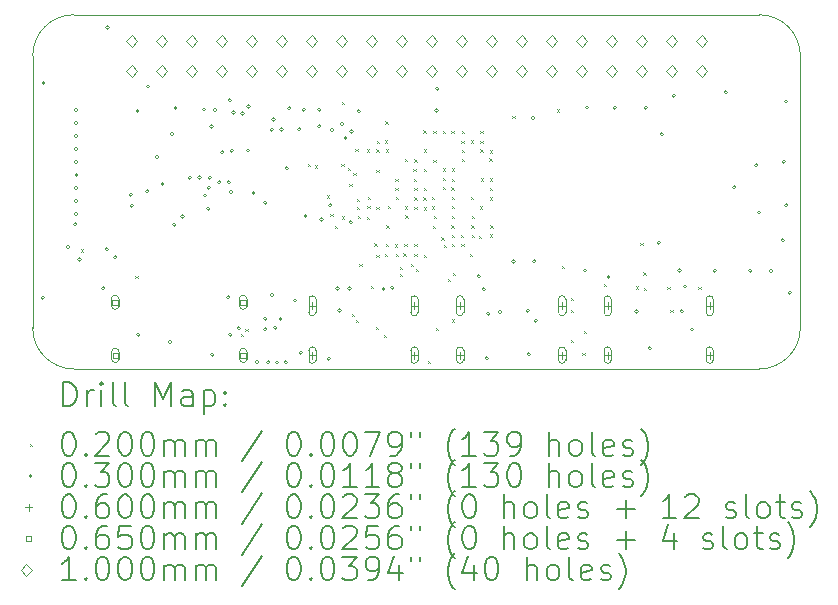
<source format=gbr>
%TF.GenerationSoftware,KiCad,Pcbnew,9.0.3*%
%TF.CreationDate,2025-07-23T11:06:39+02:00*%
%TF.ProjectId,icepi-zero,69636570-692d-47a6-9572-6f2e6b696361,v1.3*%
%TF.SameCoordinates,Original*%
%TF.FileFunction,Drillmap*%
%TF.FilePolarity,Positive*%
%FSLAX45Y45*%
G04 Gerber Fmt 4.5, Leading zero omitted, Abs format (unit mm)*
G04 Created by KiCad (PCBNEW 9.0.3) date 2025-07-23 11:06:39*
%MOMM*%
%LPD*%
G01*
G04 APERTURE LIST*
%ADD10C,0.050000*%
%ADD11C,0.200000*%
%ADD12C,0.100000*%
G04 APERTURE END LIST*
D10*
X11600000Y-9350000D02*
G75*
G02*
X11950000Y-9000000I350000J0D01*
G01*
X18100000Y-9350000D02*
X18100000Y-11650000D01*
X11600000Y-11650000D02*
X11600000Y-9350000D01*
X17750000Y-9000000D02*
G75*
G02*
X18100000Y-9350000I0J-350000D01*
G01*
X17750000Y-12000000D02*
X11950000Y-12000000D01*
X11950000Y-12000000D02*
G75*
G02*
X11600000Y-11650000I0J350000D01*
G01*
X11950000Y-9000000D02*
X17750000Y-9000000D01*
X18100000Y-11650000D02*
G75*
G02*
X17750000Y-12000000I-350000J0D01*
G01*
D11*
D12*
X12008000Y-10986000D02*
X12028000Y-11006000D01*
X12028000Y-10986000D02*
X12008000Y-11006000D01*
X12470466Y-11213500D02*
X12490466Y-11233500D01*
X12490466Y-11213500D02*
X12470466Y-11233500D01*
X13364440Y-11703500D02*
X13384440Y-11723500D01*
X13384440Y-11703500D02*
X13364440Y-11723500D01*
X13402000Y-11658000D02*
X13422000Y-11678000D01*
X13422000Y-11658000D02*
X13402000Y-11678000D01*
X13930166Y-10264900D02*
X13950166Y-10284900D01*
X13950166Y-10264900D02*
X13930166Y-10284900D01*
X13988132Y-10275894D02*
X14008132Y-10295894D01*
X14008132Y-10275894D02*
X13988132Y-10295894D01*
X14090000Y-10530000D02*
X14110000Y-10550000D01*
X14110000Y-10530000D02*
X14090000Y-10550000D01*
X14120000Y-10687500D02*
X14140000Y-10707500D01*
X14140000Y-10687500D02*
X14120000Y-10707500D01*
X14158500Y-10786787D02*
X14178500Y-10806787D01*
X14178500Y-10786787D02*
X14158500Y-10806787D01*
X14212000Y-10263900D02*
X14232000Y-10283900D01*
X14232000Y-10263900D02*
X14212000Y-10283900D01*
X14215000Y-9740000D02*
X14235000Y-9760000D01*
X14235000Y-9740000D02*
X14215000Y-9760000D01*
X14220000Y-10707650D02*
X14240000Y-10727650D01*
X14240000Y-10707650D02*
X14220000Y-10727650D01*
X14270529Y-10298500D02*
X14290529Y-10318500D01*
X14290529Y-10298500D02*
X14270529Y-10318500D01*
X14279678Y-10430000D02*
X14299678Y-10450000D01*
X14299678Y-10430000D02*
X14279678Y-10450000D01*
X14303372Y-11534151D02*
X14323372Y-11554151D01*
X14323372Y-11534151D02*
X14303372Y-11554151D01*
X14313627Y-10340000D02*
X14333627Y-10360000D01*
X14333627Y-10340000D02*
X14313627Y-10360000D01*
X14333000Y-10136000D02*
X14353000Y-10156000D01*
X14353000Y-10136000D02*
X14333000Y-10156000D01*
X14335012Y-11585000D02*
X14355012Y-11605000D01*
X14355012Y-11585000D02*
X14335012Y-11605000D01*
X14343358Y-10560900D02*
X14363358Y-10580900D01*
X14363358Y-10560900D02*
X14343358Y-10580900D01*
X14345000Y-10625000D02*
X14365000Y-10645000D01*
X14365000Y-10625000D02*
X14345000Y-10645000D01*
X14355197Y-10700789D02*
X14375197Y-10720789D01*
X14375197Y-10700789D02*
X14355197Y-10720789D01*
X14366125Y-11109000D02*
X14386125Y-11129000D01*
X14386125Y-11109000D02*
X14366125Y-11129000D01*
X14428307Y-10140900D02*
X14448307Y-10160900D01*
X14448307Y-10140900D02*
X14428307Y-10160900D01*
X14430000Y-10710996D02*
X14450000Y-10730996D01*
X14450000Y-10710996D02*
X14430000Y-10730996D01*
X14432877Y-10617896D02*
X14452877Y-10637896D01*
X14452877Y-10617896D02*
X14432877Y-10637896D01*
X14439475Y-10542286D02*
X14459475Y-10562286D01*
X14459475Y-10542286D02*
X14439475Y-10562286D01*
X14465000Y-11295000D02*
X14485000Y-11315000D01*
X14485000Y-11295000D02*
X14465000Y-11315000D01*
X14493773Y-10936853D02*
X14513773Y-10956853D01*
X14513773Y-10936853D02*
X14493773Y-10956853D01*
X14505619Y-11641619D02*
X14525619Y-11661619D01*
X14525619Y-11641619D02*
X14505619Y-11661619D01*
X14508307Y-10140900D02*
X14528307Y-10160900D01*
X14528307Y-10140900D02*
X14508307Y-10160900D01*
X14510000Y-11030996D02*
X14530000Y-11050996D01*
X14530000Y-11030996D02*
X14510000Y-11050996D01*
X14510000Y-10625000D02*
X14530000Y-10645000D01*
X14530000Y-10625000D02*
X14510000Y-10645000D01*
X14510000Y-10310996D02*
X14530000Y-10330996D01*
X14530000Y-10310996D02*
X14510000Y-10330996D01*
X14515121Y-10065761D02*
X14535121Y-10085761D01*
X14535121Y-10065761D02*
X14515121Y-10085761D01*
X14575000Y-11708500D02*
X14595000Y-11728500D01*
X14595000Y-11708500D02*
X14575000Y-11728500D01*
X14582500Y-10063769D02*
X14602500Y-10083769D01*
X14602500Y-10063769D02*
X14582500Y-10083769D01*
X14584004Y-11025000D02*
X14604004Y-11045000D01*
X14604004Y-11025000D02*
X14584004Y-11045000D01*
X14587123Y-9902123D02*
X14607123Y-9922123D01*
X14607123Y-9902123D02*
X14587123Y-9922123D01*
X14590797Y-10939920D02*
X14610797Y-10959920D01*
X14610797Y-10939920D02*
X14590797Y-10959920D01*
X14591000Y-10139000D02*
X14611000Y-10159000D01*
X14611000Y-10139000D02*
X14591000Y-10159000D01*
X14594415Y-10783600D02*
X14614415Y-10803600D01*
X14614415Y-10783600D02*
X14594415Y-10803600D01*
X14609085Y-10616846D02*
X14629085Y-10636846D01*
X14629085Y-10616846D02*
X14609085Y-10636846D01*
X14664853Y-10944262D02*
X14684853Y-10964262D01*
X14684853Y-10944262D02*
X14664853Y-10964262D01*
X14670000Y-10390996D02*
X14690000Y-10410996D01*
X14690000Y-10390996D02*
X14670000Y-10410996D01*
X14670000Y-10465000D02*
X14690000Y-10485000D01*
X14690000Y-10465000D02*
X14670000Y-10485000D01*
X14672500Y-10541742D02*
X14692500Y-10561742D01*
X14692500Y-10541742D02*
X14672500Y-10561742D01*
X14675996Y-11025000D02*
X14695996Y-11045000D01*
X14695996Y-11025000D02*
X14675996Y-11045000D01*
X14710000Y-11133761D02*
X14730000Y-11153761D01*
X14730000Y-11133761D02*
X14710000Y-11153761D01*
X14710000Y-11194601D02*
X14730000Y-11214601D01*
X14730000Y-11194601D02*
X14710000Y-11214601D01*
X14737822Y-11020478D02*
X14757822Y-11040478D01*
X14757822Y-11020478D02*
X14737822Y-11040478D01*
X14747123Y-10942123D02*
X14767123Y-10962123D01*
X14767123Y-10942123D02*
X14747123Y-10962123D01*
X14750000Y-10219004D02*
X14770000Y-10239004D01*
X14770000Y-10219004D02*
X14750000Y-10239004D01*
X14752500Y-10623000D02*
X14772500Y-10643000D01*
X14772500Y-10623000D02*
X14752500Y-10643000D01*
X14755000Y-10700000D02*
X14775000Y-10720000D01*
X14775000Y-10700000D02*
X14755000Y-10720000D01*
X14800000Y-11107500D02*
X14820000Y-11127500D01*
X14820000Y-11107500D02*
X14800000Y-11127500D01*
X14823245Y-10305633D02*
X14843245Y-10325633D01*
X14843245Y-10305633D02*
X14823245Y-10325633D01*
X14827172Y-10387925D02*
X14847172Y-10407925D01*
X14847172Y-10387925D02*
X14827172Y-10407925D01*
X14830000Y-10465000D02*
X14850000Y-10485000D01*
X14850000Y-10465000D02*
X14830000Y-10485000D01*
X14830000Y-10545000D02*
X14850000Y-10565000D01*
X14850000Y-10545000D02*
X14830000Y-10565000D01*
X14831000Y-10626000D02*
X14851000Y-10646000D01*
X14851000Y-10626000D02*
X14831000Y-10646000D01*
X14832000Y-10224000D02*
X14852000Y-10244000D01*
X14852000Y-10224000D02*
X14832000Y-10244000D01*
X14832500Y-10942500D02*
X14852500Y-10962500D01*
X14852500Y-10942500D02*
X14832500Y-10962500D01*
X14832500Y-11022500D02*
X14852500Y-11042500D01*
X14852500Y-11022500D02*
X14832500Y-11042500D01*
X14841519Y-11150839D02*
X14861519Y-11170839D01*
X14861519Y-11150839D02*
X14841519Y-11170839D01*
X14908000Y-10546000D02*
X14928000Y-10566000D01*
X14928000Y-10546000D02*
X14908000Y-10566000D01*
X14909073Y-9980066D02*
X14929073Y-10000066D01*
X14929073Y-9980066D02*
X14909073Y-10000066D01*
X14910000Y-11030996D02*
X14930000Y-11050996D01*
X14930000Y-11030996D02*
X14910000Y-11050996D01*
X14910000Y-10139004D02*
X14930000Y-10159004D01*
X14930000Y-10139004D02*
X14910000Y-10159004D01*
X14910877Y-10629991D02*
X14930877Y-10649991D01*
X14930877Y-10629991D02*
X14910877Y-10649991D01*
X14911400Y-10303697D02*
X14931400Y-10323697D01*
X14931400Y-10303697D02*
X14911400Y-10323697D01*
X14914000Y-10466000D02*
X14934000Y-10486000D01*
X14934000Y-10466000D02*
X14914000Y-10486000D01*
X14947000Y-11933000D02*
X14967000Y-11953000D01*
X14967000Y-11933000D02*
X14947000Y-11953000D01*
X14977000Y-10542000D02*
X14997000Y-10562000D01*
X14997000Y-10542000D02*
X14977000Y-10562000D01*
X14980577Y-10622323D02*
X15000577Y-10642323D01*
X15000577Y-10622323D02*
X14980577Y-10642323D01*
X14986000Y-10786000D02*
X15006000Y-10806000D01*
X15006000Y-10786000D02*
X14986000Y-10806000D01*
X14992000Y-9983000D02*
X15012000Y-10003000D01*
X15012000Y-9983000D02*
X14992000Y-10003000D01*
X14992000Y-10228000D02*
X15012000Y-10248000D01*
X15012000Y-10228000D02*
X14992000Y-10248000D01*
X14997473Y-10703790D02*
X15017473Y-10723790D01*
X15017473Y-10703790D02*
X14997473Y-10723790D01*
X15011000Y-11654000D02*
X15031000Y-11674000D01*
X15031000Y-11654000D02*
X15011000Y-11674000D01*
X15060940Y-10886310D02*
X15080940Y-10906310D01*
X15080940Y-10886310D02*
X15060940Y-10906310D01*
X15071000Y-10302000D02*
X15091000Y-10322000D01*
X15091000Y-10302000D02*
X15071000Y-10322000D01*
X15071000Y-10384000D02*
X15091000Y-10404000D01*
X15091000Y-10384000D02*
X15071000Y-10404000D01*
X15072877Y-9982123D02*
X15092877Y-10002123D01*
X15092877Y-9982123D02*
X15072877Y-10002123D01*
X15075000Y-10460000D02*
X15095000Y-10480000D01*
X15095000Y-10460000D02*
X15075000Y-10480000D01*
X15083100Y-10950085D02*
X15103100Y-10970085D01*
X15103100Y-10950085D02*
X15083100Y-10970085D01*
X15115000Y-11237500D02*
X15135000Y-11257500D01*
X15135000Y-11237500D02*
X15115000Y-11257500D01*
X15146000Y-9983213D02*
X15166000Y-10003213D01*
X15166000Y-9983213D02*
X15146000Y-10003213D01*
X15146000Y-10463000D02*
X15166000Y-10483000D01*
X15166000Y-10463000D02*
X15146000Y-10483000D01*
X15146000Y-10785000D02*
X15166000Y-10805000D01*
X15166000Y-10785000D02*
X15146000Y-10805000D01*
X15147000Y-10542000D02*
X15167000Y-10562000D01*
X15167000Y-10542000D02*
X15147000Y-10562000D01*
X15149000Y-10389000D02*
X15169000Y-10409000D01*
X15169000Y-10389000D02*
X15149000Y-10409000D01*
X15149000Y-11579250D02*
X15169000Y-11599250D01*
X15169000Y-11579250D02*
X15149000Y-11599250D01*
X15150000Y-10703790D02*
X15170000Y-10723790D01*
X15170000Y-10703790D02*
X15150000Y-10723790D01*
X15150000Y-10863000D02*
X15170000Y-10883000D01*
X15170000Y-10863000D02*
X15150000Y-10883000D01*
X15150000Y-10940000D02*
X15170000Y-10960000D01*
X15170000Y-10940000D02*
X15150000Y-10960000D01*
X15151000Y-10301000D02*
X15171000Y-10321000D01*
X15171000Y-10301000D02*
X15151000Y-10321000D01*
X15151000Y-10621000D02*
X15171000Y-10641000D01*
X15171000Y-10621000D02*
X15151000Y-10641000D01*
X15159000Y-11185000D02*
X15179000Y-11205000D01*
X15179000Y-11185000D02*
X15159000Y-11205000D01*
X15224004Y-10865000D02*
X15244004Y-10885000D01*
X15244004Y-10865000D02*
X15224004Y-10885000D01*
X15229000Y-10067000D02*
X15249000Y-10087000D01*
X15249000Y-10067000D02*
X15229000Y-10087000D01*
X15230000Y-10939004D02*
X15250000Y-10959004D01*
X15250000Y-10939004D02*
X15230000Y-10959004D01*
X15232500Y-10222000D02*
X15252500Y-10242000D01*
X15252500Y-10222000D02*
X15232500Y-10242000D01*
X15235000Y-10145000D02*
X15255000Y-10165000D01*
X15255000Y-10145000D02*
X15235000Y-10165000D01*
X15235996Y-9985000D02*
X15255996Y-10005000D01*
X15255996Y-9985000D02*
X15235996Y-10005000D01*
X15304004Y-11025000D02*
X15324004Y-11045000D01*
X15324004Y-11025000D02*
X15304004Y-11045000D01*
X15309996Y-10544785D02*
X15329996Y-10564785D01*
X15329996Y-10544785D02*
X15309996Y-10564785D01*
X15311000Y-10064000D02*
X15331000Y-10084000D01*
X15331000Y-10064000D02*
X15311000Y-10084000D01*
X15315360Y-10784521D02*
X15335360Y-10804521D01*
X15335360Y-10784521D02*
X15315360Y-10804521D01*
X15315946Y-10864958D02*
X15335946Y-10884958D01*
X15335946Y-10864958D02*
X15315946Y-10884958D01*
X15315996Y-10705000D02*
X15335996Y-10725000D01*
X15335996Y-10705000D02*
X15315996Y-10725000D01*
X15378411Y-10874000D02*
X15398411Y-10894000D01*
X15398411Y-10874000D02*
X15378411Y-10894000D01*
X15387000Y-10624000D02*
X15407000Y-10644000D01*
X15407000Y-10624000D02*
X15387000Y-10644000D01*
X15389000Y-9984000D02*
X15409000Y-10004000D01*
X15409000Y-9984000D02*
X15389000Y-10004000D01*
X15389000Y-10066000D02*
X15409000Y-10086000D01*
X15409000Y-10066000D02*
X15389000Y-10086000D01*
X15391253Y-10140426D02*
X15411253Y-10160426D01*
X15411253Y-10140426D02*
X15391253Y-10160426D01*
X15395000Y-10385000D02*
X15415000Y-10405000D01*
X15415000Y-10385000D02*
X15395000Y-10405000D01*
X15467630Y-10216000D02*
X15487630Y-10236000D01*
X15487630Y-10216000D02*
X15467630Y-10236000D01*
X15469182Y-10150057D02*
X15489182Y-10170057D01*
X15489182Y-10150057D02*
X15469182Y-10170057D01*
X15470000Y-10465000D02*
X15490000Y-10485000D01*
X15490000Y-10465000D02*
X15470000Y-10485000D01*
X15470000Y-10545000D02*
X15490000Y-10565000D01*
X15490000Y-10545000D02*
X15470000Y-10565000D01*
X15471030Y-10860180D02*
X15491030Y-10880180D01*
X15491030Y-10860180D02*
X15471030Y-10880180D01*
X15472000Y-10386000D02*
X15492000Y-10406000D01*
X15492000Y-10386000D02*
X15472000Y-10406000D01*
X15475000Y-10785000D02*
X15495000Y-10805000D01*
X15495000Y-10785000D02*
X15475000Y-10805000D01*
X15660040Y-9858600D02*
X15680040Y-9878600D01*
X15680040Y-9858600D02*
X15660040Y-9878600D01*
X16037474Y-9802800D02*
X16057474Y-9822800D01*
X16057474Y-9802800D02*
X16037474Y-9822800D01*
X16081652Y-11124199D02*
X16101652Y-11144199D01*
X16101652Y-11124199D02*
X16081652Y-11144199D01*
X16157500Y-11755000D02*
X16177500Y-11775000D01*
X16177500Y-11755000D02*
X16157500Y-11775000D01*
X16158500Y-11400000D02*
X16178500Y-11420000D01*
X16178500Y-11400000D02*
X16158500Y-11420000D01*
X16158500Y-11500000D02*
X16178500Y-11520000D01*
X16178500Y-11500000D02*
X16158500Y-11520000D01*
X16254000Y-11864648D02*
X16274000Y-11884648D01*
X16274000Y-11864648D02*
X16254000Y-11884648D01*
X16265000Y-11675000D02*
X16285000Y-11695000D01*
X16285000Y-11675000D02*
X16265000Y-11695000D01*
X16436000Y-11278000D02*
X16456000Y-11298000D01*
X16456000Y-11278000D02*
X16436000Y-11298000D01*
X16705000Y-11300000D02*
X16725000Y-11320000D01*
X16725000Y-11300000D02*
X16705000Y-11320000D01*
X16746150Y-10929850D02*
X16766150Y-10949850D01*
X16766150Y-10929850D02*
X16746150Y-10949850D01*
X16768891Y-11181410D02*
X16788891Y-11201409D01*
X16788891Y-11181410D02*
X16768891Y-11201409D01*
X16775000Y-11311000D02*
X16795000Y-11331000D01*
X16795000Y-11311000D02*
X16775000Y-11331000D01*
X16972000Y-11302000D02*
X16992000Y-11322000D01*
X16992000Y-11302000D02*
X16972000Y-11322000D01*
X16998000Y-11501000D02*
X17018000Y-11521000D01*
X17018000Y-11501000D02*
X16998000Y-11521000D01*
X17235000Y-11305000D02*
X17255000Y-11325000D01*
X17255000Y-11305000D02*
X17235000Y-11325000D01*
X11699000Y-11397000D02*
G75*
G02*
X11669000Y-11397000I-15000J0D01*
G01*
X11669000Y-11397000D02*
G75*
G02*
X11699000Y-11397000I15000J0D01*
G01*
X11706000Y-9578000D02*
G75*
G02*
X11676000Y-9578000I-15000J0D01*
G01*
X11676000Y-9578000D02*
G75*
G02*
X11706000Y-9578000I15000J0D01*
G01*
X11915000Y-10967500D02*
G75*
G02*
X11885000Y-10967500I-15000J0D01*
G01*
X11885000Y-10967500D02*
G75*
G02*
X11915000Y-10967500I15000J0D01*
G01*
X11975000Y-10773500D02*
G75*
G02*
X11945000Y-10773500I-15000J0D01*
G01*
X11945000Y-10773500D02*
G75*
G02*
X11975000Y-10773500I15000J0D01*
G01*
X11980000Y-9917500D02*
G75*
G02*
X11950000Y-9917500I-15000J0D01*
G01*
X11950000Y-9917500D02*
G75*
G02*
X11980000Y-9917500I15000J0D01*
G01*
X11980000Y-10137500D02*
G75*
G02*
X11950000Y-10137500I-15000J0D01*
G01*
X11950000Y-10137500D02*
G75*
G02*
X11980000Y-10137500I15000J0D01*
G01*
X11980000Y-10577500D02*
G75*
G02*
X11950000Y-10577500I-15000J0D01*
G01*
X11950000Y-10577500D02*
G75*
G02*
X11980000Y-10577500I15000J0D01*
G01*
X11980000Y-10687500D02*
G75*
G02*
X11950000Y-10687500I-15000J0D01*
G01*
X11950000Y-10687500D02*
G75*
G02*
X11980000Y-10687500I15000J0D01*
G01*
X11982000Y-10027500D02*
G75*
G02*
X11952000Y-10027500I-15000J0D01*
G01*
X11952000Y-10027500D02*
G75*
G02*
X11982000Y-10027500I15000J0D01*
G01*
X11983000Y-9807500D02*
G75*
G02*
X11953000Y-9807500I-15000J0D01*
G01*
X11953000Y-9807500D02*
G75*
G02*
X11983000Y-9807500I15000J0D01*
G01*
X11983000Y-10247500D02*
G75*
G02*
X11953000Y-10247500I-15000J0D01*
G01*
X11953000Y-10247500D02*
G75*
G02*
X11983000Y-10247500I15000J0D01*
G01*
X11984000Y-10467500D02*
G75*
G02*
X11954000Y-10467500I-15000J0D01*
G01*
X11954000Y-10467500D02*
G75*
G02*
X11984000Y-10467500I15000J0D01*
G01*
X11985000Y-10357500D02*
G75*
G02*
X11955000Y-10357500I-15000J0D01*
G01*
X11955000Y-10357500D02*
G75*
G02*
X11985000Y-10357500I15000J0D01*
G01*
X12010300Y-11072500D02*
G75*
G02*
X11980300Y-11072500I-15000J0D01*
G01*
X11980300Y-11072500D02*
G75*
G02*
X12010300Y-11072500I15000J0D01*
G01*
X12212500Y-11317500D02*
G75*
G02*
X12182500Y-11317500I-15000J0D01*
G01*
X12182500Y-11317500D02*
G75*
G02*
X12212500Y-11317500I15000J0D01*
G01*
X12242500Y-10985000D02*
G75*
G02*
X12212500Y-10985000I-15000J0D01*
G01*
X12212500Y-10985000D02*
G75*
G02*
X12242500Y-10985000I15000J0D01*
G01*
X12248000Y-9110000D02*
G75*
G02*
X12218000Y-9110000I-15000J0D01*
G01*
X12218000Y-9110000D02*
G75*
G02*
X12248000Y-9110000I15000J0D01*
G01*
X12315000Y-11055000D02*
G75*
G02*
X12285000Y-11055000I-15000J0D01*
G01*
X12285000Y-11055000D02*
G75*
G02*
X12315000Y-11055000I15000J0D01*
G01*
X12445000Y-10524000D02*
G75*
G02*
X12415000Y-10524000I-15000J0D01*
G01*
X12415000Y-10524000D02*
G75*
G02*
X12445000Y-10524000I15000J0D01*
G01*
X12454000Y-10619000D02*
G75*
G02*
X12424000Y-10619000I-15000J0D01*
G01*
X12424000Y-10619000D02*
G75*
G02*
X12454000Y-10619000I15000J0D01*
G01*
X12502500Y-9815000D02*
G75*
G02*
X12472500Y-9815000I-15000J0D01*
G01*
X12472500Y-9815000D02*
G75*
G02*
X12502500Y-9815000I15000J0D01*
G01*
X12509000Y-11709000D02*
G75*
G02*
X12479000Y-11709000I-15000J0D01*
G01*
X12479000Y-11709000D02*
G75*
G02*
X12509000Y-11709000I15000J0D01*
G01*
X12587000Y-10495000D02*
G75*
G02*
X12557000Y-10495000I-15000J0D01*
G01*
X12557000Y-10495000D02*
G75*
G02*
X12587000Y-10495000I15000J0D01*
G01*
X12592000Y-9609000D02*
G75*
G02*
X12562000Y-9609000I-15000J0D01*
G01*
X12562000Y-9609000D02*
G75*
G02*
X12592000Y-9609000I15000J0D01*
G01*
X12667000Y-10205000D02*
G75*
G02*
X12637000Y-10205000I-15000J0D01*
G01*
X12637000Y-10205000D02*
G75*
G02*
X12667000Y-10205000I15000J0D01*
G01*
X12714000Y-10433000D02*
G75*
G02*
X12684000Y-10433000I-15000J0D01*
G01*
X12684000Y-10433000D02*
G75*
G02*
X12714000Y-10433000I15000J0D01*
G01*
X12777000Y-11772000D02*
G75*
G02*
X12747000Y-11772000I-15000J0D01*
G01*
X12747000Y-11772000D02*
G75*
G02*
X12777000Y-11772000I15000J0D01*
G01*
X12795000Y-10010000D02*
G75*
G02*
X12765000Y-10010000I-15000J0D01*
G01*
X12765000Y-10010000D02*
G75*
G02*
X12795000Y-10010000I15000J0D01*
G01*
X12814000Y-10780645D02*
G75*
G02*
X12784000Y-10780645I-15000J0D01*
G01*
X12784000Y-10780645D02*
G75*
G02*
X12814000Y-10780645I15000J0D01*
G01*
X12824000Y-9789000D02*
G75*
G02*
X12794000Y-9789000I-15000J0D01*
G01*
X12794000Y-9789000D02*
G75*
G02*
X12824000Y-9789000I15000J0D01*
G01*
X12884000Y-10708000D02*
G75*
G02*
X12854000Y-10708000I-15000J0D01*
G01*
X12854000Y-10708000D02*
G75*
G02*
X12884000Y-10708000I15000J0D01*
G01*
X12945000Y-10380000D02*
G75*
G02*
X12915000Y-10380000I-15000J0D01*
G01*
X12915000Y-10380000D02*
G75*
G02*
X12945000Y-10380000I15000J0D01*
G01*
X13027500Y-10380000D02*
G75*
G02*
X12997500Y-10380000I-15000J0D01*
G01*
X12997500Y-10380000D02*
G75*
G02*
X13027500Y-10380000I15000J0D01*
G01*
X13064000Y-9803000D02*
G75*
G02*
X13034000Y-9803000I-15000J0D01*
G01*
X13034000Y-9803000D02*
G75*
G02*
X13064000Y-9803000I15000J0D01*
G01*
X13075000Y-10530000D02*
G75*
G02*
X13045000Y-10530000I-15000J0D01*
G01*
X13045000Y-10530000D02*
G75*
G02*
X13075000Y-10530000I15000J0D01*
G01*
X13100132Y-10643000D02*
G75*
G02*
X13070132Y-10643000I-15000J0D01*
G01*
X13070132Y-10643000D02*
G75*
G02*
X13100132Y-10643000I15000J0D01*
G01*
X13105000Y-10465000D02*
G75*
G02*
X13075000Y-10465000I-15000J0D01*
G01*
X13075000Y-10465000D02*
G75*
G02*
X13105000Y-10465000I15000J0D01*
G01*
X13115000Y-10380000D02*
G75*
G02*
X13085000Y-10380000I-15000J0D01*
G01*
X13085000Y-10380000D02*
G75*
G02*
X13115000Y-10380000I15000J0D01*
G01*
X13131000Y-9947000D02*
G75*
G02*
X13101000Y-9947000I-15000J0D01*
G01*
X13101000Y-9947000D02*
G75*
G02*
X13131000Y-9947000I15000J0D01*
G01*
X13135000Y-11880000D02*
G75*
G02*
X13105000Y-11880000I-15000J0D01*
G01*
X13105000Y-11880000D02*
G75*
G02*
X13135000Y-11880000I15000J0D01*
G01*
X13158000Y-9807867D02*
G75*
G02*
X13128000Y-9807867I-15000J0D01*
G01*
X13128000Y-9807867D02*
G75*
G02*
X13158000Y-9807867I15000J0D01*
G01*
X13195000Y-10420000D02*
G75*
G02*
X13165000Y-10420000I-15000J0D01*
G01*
X13165000Y-10420000D02*
G75*
G02*
X13195000Y-10420000I15000J0D01*
G01*
X13220000Y-10166000D02*
G75*
G02*
X13190000Y-10166000I-15000J0D01*
G01*
X13190000Y-10166000D02*
G75*
G02*
X13220000Y-10166000I15000J0D01*
G01*
X13271000Y-11393000D02*
G75*
G02*
X13241000Y-11393000I-15000J0D01*
G01*
X13241000Y-11393000D02*
G75*
G02*
X13271000Y-11393000I15000J0D01*
G01*
X13275000Y-10420000D02*
G75*
G02*
X13245000Y-10420000I-15000J0D01*
G01*
X13245000Y-10420000D02*
G75*
G02*
X13275000Y-10420000I15000J0D01*
G01*
X13283000Y-9724500D02*
G75*
G02*
X13253000Y-9724500I-15000J0D01*
G01*
X13253000Y-9724500D02*
G75*
G02*
X13283000Y-9724500I15000J0D01*
G01*
X13289500Y-11709983D02*
G75*
G02*
X13259500Y-11709983I-15000J0D01*
G01*
X13259500Y-11709983D02*
G75*
G02*
X13289500Y-11709983I15000J0D01*
G01*
X13294000Y-10501000D02*
G75*
G02*
X13264000Y-10501000I-15000J0D01*
G01*
X13264000Y-10501000D02*
G75*
G02*
X13294000Y-10501000I15000J0D01*
G01*
X13301000Y-10153000D02*
G75*
G02*
X13271000Y-10153000I-15000J0D01*
G01*
X13271000Y-10153000D02*
G75*
G02*
X13301000Y-10153000I15000J0D01*
G01*
X13316500Y-9828000D02*
G75*
G02*
X13286500Y-9828000I-15000J0D01*
G01*
X13286500Y-9828000D02*
G75*
G02*
X13316500Y-9828000I15000J0D01*
G01*
X13358496Y-11654638D02*
G75*
G02*
X13328496Y-11654638I-15000J0D01*
G01*
X13328496Y-11654638D02*
G75*
G02*
X13358496Y-11654638I15000J0D01*
G01*
X13392500Y-9837000D02*
G75*
G02*
X13362500Y-9837000I-15000J0D01*
G01*
X13362500Y-9837000D02*
G75*
G02*
X13392500Y-9837000I15000J0D01*
G01*
X13440000Y-10150000D02*
G75*
G02*
X13410000Y-10150000I-15000J0D01*
G01*
X13410000Y-10150000D02*
G75*
G02*
X13440000Y-10150000I15000J0D01*
G01*
X13443000Y-9779000D02*
G75*
G02*
X13413000Y-9779000I-15000J0D01*
G01*
X13413000Y-9779000D02*
G75*
G02*
X13443000Y-9779000I15000J0D01*
G01*
X13485000Y-10511000D02*
G75*
G02*
X13455000Y-10511000I-15000J0D01*
G01*
X13455000Y-10511000D02*
G75*
G02*
X13485000Y-10511000I15000J0D01*
G01*
X13515000Y-11940000D02*
G75*
G02*
X13485000Y-11940000I-15000J0D01*
G01*
X13485000Y-11940000D02*
G75*
G02*
X13515000Y-11940000I15000J0D01*
G01*
X13584000Y-10593000D02*
G75*
G02*
X13554000Y-10593000I-15000J0D01*
G01*
X13554000Y-10593000D02*
G75*
G02*
X13584000Y-10593000I15000J0D01*
G01*
X13584000Y-11574000D02*
G75*
G02*
X13554000Y-11574000I-15000J0D01*
G01*
X13554000Y-11574000D02*
G75*
G02*
X13584000Y-11574000I15000J0D01*
G01*
X13585000Y-11662500D02*
G75*
G02*
X13555000Y-11662500I-15000J0D01*
G01*
X13555000Y-11662500D02*
G75*
G02*
X13585000Y-11662500I15000J0D01*
G01*
X13610038Y-11942629D02*
G75*
G02*
X13580038Y-11942629I-15000J0D01*
G01*
X13580038Y-11942629D02*
G75*
G02*
X13610038Y-11942629I15000J0D01*
G01*
X13640000Y-9975000D02*
G75*
G02*
X13610000Y-9975000I-15000J0D01*
G01*
X13610000Y-9975000D02*
G75*
G02*
X13640000Y-9975000I15000J0D01*
G01*
X13641250Y-11372077D02*
G75*
G02*
X13611250Y-11372077I-15000J0D01*
G01*
X13611250Y-11372077D02*
G75*
G02*
X13641250Y-11372077I15000J0D01*
G01*
X13654326Y-9887732D02*
G75*
G02*
X13624326Y-9887732I-15000J0D01*
G01*
X13624326Y-9887732D02*
G75*
G02*
X13654326Y-9887732I15000J0D01*
G01*
X13669276Y-11651478D02*
G75*
G02*
X13639276Y-11651478I-15000J0D01*
G01*
X13639276Y-11651478D02*
G75*
G02*
X13669276Y-11651478I15000J0D01*
G01*
X13684000Y-11945000D02*
G75*
G02*
X13654000Y-11945000I-15000J0D01*
G01*
X13654000Y-11945000D02*
G75*
G02*
X13684000Y-11945000I15000J0D01*
G01*
X13714000Y-11576000D02*
G75*
G02*
X13684000Y-11576000I-15000J0D01*
G01*
X13684000Y-11576000D02*
G75*
G02*
X13714000Y-11576000I15000J0D01*
G01*
X13722000Y-9972000D02*
G75*
G02*
X13692000Y-9972000I-15000J0D01*
G01*
X13692000Y-9972000D02*
G75*
G02*
X13722000Y-9972000I15000J0D01*
G01*
X13758000Y-11944841D02*
G75*
G02*
X13728000Y-11944841I-15000J0D01*
G01*
X13728000Y-11944841D02*
G75*
G02*
X13758000Y-11944841I15000J0D01*
G01*
X13765000Y-10300000D02*
G75*
G02*
X13735000Y-10300000I-15000J0D01*
G01*
X13735000Y-10300000D02*
G75*
G02*
X13765000Y-10300000I15000J0D01*
G01*
X13787090Y-9792910D02*
G75*
G02*
X13757090Y-9792910I-15000J0D01*
G01*
X13757090Y-9792910D02*
G75*
G02*
X13787090Y-9792910I15000J0D01*
G01*
X13836000Y-11420250D02*
G75*
G02*
X13806000Y-11420250I-15000J0D01*
G01*
X13806000Y-11420250D02*
G75*
G02*
X13836000Y-11420250I15000J0D01*
G01*
X13872000Y-9970000D02*
G75*
G02*
X13842000Y-9970000I-15000J0D01*
G01*
X13842000Y-9970000D02*
G75*
G02*
X13872000Y-9970000I15000J0D01*
G01*
X13884000Y-11861750D02*
G75*
G02*
X13854000Y-11861750I-15000J0D01*
G01*
X13854000Y-11861750D02*
G75*
G02*
X13884000Y-11861750I15000J0D01*
G01*
X13909000Y-9805000D02*
G75*
G02*
X13879000Y-9805000I-15000J0D01*
G01*
X13879000Y-9805000D02*
G75*
G02*
X13909000Y-9805000I15000J0D01*
G01*
X13925000Y-10705000D02*
G75*
G02*
X13895000Y-10705000I-15000J0D01*
G01*
X13895000Y-10705000D02*
G75*
G02*
X13925000Y-10705000I15000J0D01*
G01*
X14040000Y-9805000D02*
G75*
G02*
X14010000Y-9805000I-15000J0D01*
G01*
X14010000Y-9805000D02*
G75*
G02*
X14040000Y-9805000I15000J0D01*
G01*
X14040462Y-9945000D02*
G75*
G02*
X14010462Y-9945000I-15000J0D01*
G01*
X14010462Y-9945000D02*
G75*
G02*
X14040462Y-9945000I15000J0D01*
G01*
X14060754Y-10733359D02*
G75*
G02*
X14030754Y-10733359I-15000J0D01*
G01*
X14030754Y-10733359D02*
G75*
G02*
X14060754Y-10733359I15000J0D01*
G01*
X14122000Y-11912000D02*
G75*
G02*
X14092000Y-11912000I-15000J0D01*
G01*
X14092000Y-11912000D02*
G75*
G02*
X14122000Y-11912000I15000J0D01*
G01*
X14133000Y-10614000D02*
G75*
G02*
X14103000Y-10614000I-15000J0D01*
G01*
X14103000Y-10614000D02*
G75*
G02*
X14133000Y-10614000I15000J0D01*
G01*
X14151000Y-9977000D02*
G75*
G02*
X14121000Y-9977000I-15000J0D01*
G01*
X14121000Y-9977000D02*
G75*
G02*
X14151000Y-9977000I15000J0D01*
G01*
X14197276Y-11319236D02*
G75*
G02*
X14167276Y-11319236I-15000J0D01*
G01*
X14167276Y-11319236D02*
G75*
G02*
X14197276Y-11319236I15000J0D01*
G01*
X14212962Y-11504808D02*
G75*
G02*
X14182962Y-11504808I-15000J0D01*
G01*
X14182962Y-11504808D02*
G75*
G02*
X14212962Y-11504808I15000J0D01*
G01*
X14235000Y-9925000D02*
G75*
G02*
X14205000Y-9925000I-15000J0D01*
G01*
X14205000Y-9925000D02*
G75*
G02*
X14235000Y-9925000I15000J0D01*
G01*
X14263116Y-10044052D02*
G75*
G02*
X14233116Y-10044052I-15000J0D01*
G01*
X14233116Y-10044052D02*
G75*
G02*
X14263116Y-10044052I15000J0D01*
G01*
X14298696Y-11317983D02*
G75*
G02*
X14268696Y-11317983I-15000J0D01*
G01*
X14268696Y-11317983D02*
G75*
G02*
X14298696Y-11317983I15000J0D01*
G01*
X14307000Y-10757000D02*
G75*
G02*
X14277000Y-10757000I-15000J0D01*
G01*
X14277000Y-10757000D02*
G75*
G02*
X14307000Y-10757000I15000J0D01*
G01*
X14313316Y-9989684D02*
G75*
G02*
X14283316Y-9989684I-15000J0D01*
G01*
X14283316Y-9989684D02*
G75*
G02*
X14313316Y-9989684I15000J0D01*
G01*
X14376000Y-9817000D02*
G75*
G02*
X14346000Y-9817000I-15000J0D01*
G01*
X14346000Y-9817000D02*
G75*
G02*
X14376000Y-9817000I15000J0D01*
G01*
X14585506Y-11322041D02*
G75*
G02*
X14555506Y-11322041I-15000J0D01*
G01*
X14555506Y-11322041D02*
G75*
G02*
X14585506Y-11322041I15000J0D01*
G01*
X14659127Y-11311627D02*
G75*
G02*
X14629127Y-11311627I-15000J0D01*
G01*
X14629127Y-11311627D02*
G75*
G02*
X14659127Y-11311627I15000J0D01*
G01*
X15035000Y-9811000D02*
G75*
G02*
X15005000Y-9811000I-15000J0D01*
G01*
X15005000Y-9811000D02*
G75*
G02*
X15035000Y-9811000I15000J0D01*
G01*
X15040000Y-9627000D02*
G75*
G02*
X15010000Y-9627000I-15000J0D01*
G01*
X15010000Y-9627000D02*
G75*
G02*
X15040000Y-9627000I15000J0D01*
G01*
X15390864Y-11215209D02*
G75*
G02*
X15360864Y-11215209I-15000J0D01*
G01*
X15360864Y-11215209D02*
G75*
G02*
X15390864Y-11215209I15000J0D01*
G01*
X15435700Y-11325700D02*
G75*
G02*
X15405700Y-11325700I-15000J0D01*
G01*
X15405700Y-11325700D02*
G75*
G02*
X15435700Y-11325700I15000J0D01*
G01*
X15460000Y-11910000D02*
G75*
G02*
X15430000Y-11910000I-15000J0D01*
G01*
X15430000Y-11910000D02*
G75*
G02*
X15460000Y-11910000I15000J0D01*
G01*
X15473000Y-11533000D02*
G75*
G02*
X15443000Y-11533000I-15000J0D01*
G01*
X15443000Y-11533000D02*
G75*
G02*
X15473000Y-11533000I15000J0D01*
G01*
X15571724Y-11518902D02*
G75*
G02*
X15541724Y-11518902I-15000J0D01*
G01*
X15541724Y-11518902D02*
G75*
G02*
X15571724Y-11518902I15000J0D01*
G01*
X15686000Y-11088000D02*
G75*
G02*
X15656000Y-11088000I-15000J0D01*
G01*
X15656000Y-11088000D02*
G75*
G02*
X15686000Y-11088000I15000J0D01*
G01*
X15807371Y-11507545D02*
G75*
G02*
X15777371Y-11507545I-15000J0D01*
G01*
X15777371Y-11507545D02*
G75*
G02*
X15807371Y-11507545I15000J0D01*
G01*
X15815000Y-11875000D02*
G75*
G02*
X15785000Y-11875000I-15000J0D01*
G01*
X15785000Y-11875000D02*
G75*
G02*
X15815000Y-11875000I15000J0D01*
G01*
X15850000Y-9875000D02*
G75*
G02*
X15820000Y-9875000I-15000J0D01*
G01*
X15820000Y-9875000D02*
G75*
G02*
X15850000Y-9875000I15000J0D01*
G01*
X15861062Y-11086938D02*
G75*
G02*
X15831062Y-11086938I-15000J0D01*
G01*
X15831062Y-11086938D02*
G75*
G02*
X15861062Y-11086938I15000J0D01*
G01*
X15875000Y-11590000D02*
G75*
G02*
X15845000Y-11590000I-15000J0D01*
G01*
X15845000Y-11590000D02*
G75*
G02*
X15875000Y-11590000I15000J0D01*
G01*
X16293000Y-11166000D02*
G75*
G02*
X16263000Y-11166000I-15000J0D01*
G01*
X16263000Y-11166000D02*
G75*
G02*
X16293000Y-11166000I15000J0D01*
G01*
X16308316Y-9784684D02*
G75*
G02*
X16278316Y-9784684I-15000J0D01*
G01*
X16278316Y-9784684D02*
G75*
G02*
X16308316Y-9784684I15000J0D01*
G01*
X16490000Y-11220000D02*
G75*
G02*
X16460000Y-11220000I-15000J0D01*
G01*
X16460000Y-11220000D02*
G75*
G02*
X16490000Y-11220000I15000J0D01*
G01*
X16541870Y-9787870D02*
G75*
G02*
X16511870Y-9787870I-15000J0D01*
G01*
X16511870Y-9787870D02*
G75*
G02*
X16541870Y-9787870I15000J0D01*
G01*
X16727000Y-11512000D02*
G75*
G02*
X16697000Y-11512000I-15000J0D01*
G01*
X16697000Y-11512000D02*
G75*
G02*
X16727000Y-11512000I15000J0D01*
G01*
X16805000Y-9787500D02*
G75*
G02*
X16775000Y-9787500I-15000J0D01*
G01*
X16775000Y-9787500D02*
G75*
G02*
X16805000Y-9787500I15000J0D01*
G01*
X16840000Y-11825000D02*
G75*
G02*
X16810000Y-11825000I-15000J0D01*
G01*
X16810000Y-11825000D02*
G75*
G02*
X16840000Y-11825000I15000J0D01*
G01*
X16916100Y-10931271D02*
G75*
G02*
X16886100Y-10931271I-15000J0D01*
G01*
X16886100Y-10931271D02*
G75*
G02*
X16916100Y-10931271I15000J0D01*
G01*
X16941000Y-10012000D02*
G75*
G02*
X16911000Y-10012000I-15000J0D01*
G01*
X16911000Y-10012000D02*
G75*
G02*
X16941000Y-10012000I15000J0D01*
G01*
X17042000Y-9686000D02*
G75*
G02*
X17012000Y-9686000I-15000J0D01*
G01*
X17012000Y-9686000D02*
G75*
G02*
X17042000Y-9686000I15000J0D01*
G01*
X17091461Y-11168195D02*
G75*
G02*
X17061461Y-11168195I-15000J0D01*
G01*
X17061461Y-11168195D02*
G75*
G02*
X17091461Y-11168195I15000J0D01*
G01*
X17111000Y-11512000D02*
G75*
G02*
X17081000Y-11512000I-15000J0D01*
G01*
X17081000Y-11512000D02*
G75*
G02*
X17111000Y-11512000I15000J0D01*
G01*
X17137000Y-11302000D02*
G75*
G02*
X17107000Y-11302000I-15000J0D01*
G01*
X17107000Y-11302000D02*
G75*
G02*
X17137000Y-11302000I15000J0D01*
G01*
X17198000Y-11665000D02*
G75*
G02*
X17168000Y-11665000I-15000J0D01*
G01*
X17168000Y-11665000D02*
G75*
G02*
X17198000Y-11665000I15000J0D01*
G01*
X17390803Y-11169404D02*
G75*
G02*
X17360803Y-11169404I-15000J0D01*
G01*
X17360803Y-11169404D02*
G75*
G02*
X17390803Y-11169404I15000J0D01*
G01*
X17483000Y-9656000D02*
G75*
G02*
X17453000Y-9656000I-15000J0D01*
G01*
X17453000Y-9656000D02*
G75*
G02*
X17483000Y-9656000I15000J0D01*
G01*
X17556000Y-10460000D02*
G75*
G02*
X17526000Y-10460000I-15000J0D01*
G01*
X17526000Y-10460000D02*
G75*
G02*
X17556000Y-10460000I15000J0D01*
G01*
X17690290Y-11169500D02*
G75*
G02*
X17660290Y-11169500I-15000J0D01*
G01*
X17660290Y-11169500D02*
G75*
G02*
X17690290Y-11169500I15000J0D01*
G01*
X17740000Y-10275000D02*
G75*
G02*
X17710000Y-10275000I-15000J0D01*
G01*
X17710000Y-10275000D02*
G75*
G02*
X17740000Y-10275000I15000J0D01*
G01*
X17765000Y-10675000D02*
G75*
G02*
X17735000Y-10675000I-15000J0D01*
G01*
X17735000Y-10675000D02*
G75*
G02*
X17765000Y-10675000I15000J0D01*
G01*
X17866766Y-11169500D02*
G75*
G02*
X17836766Y-11169500I-15000J0D01*
G01*
X17836766Y-11169500D02*
G75*
G02*
X17866766Y-11169500I15000J0D01*
G01*
X17965000Y-10910000D02*
G75*
G02*
X17935000Y-10910000I-15000J0D01*
G01*
X17935000Y-10910000D02*
G75*
G02*
X17965000Y-10910000I15000J0D01*
G01*
X17975000Y-10245000D02*
G75*
G02*
X17945000Y-10245000I-15000J0D01*
G01*
X17945000Y-10245000D02*
G75*
G02*
X17975000Y-10245000I15000J0D01*
G01*
X17995000Y-9735000D02*
G75*
G02*
X17965000Y-9735000I-15000J0D01*
G01*
X17965000Y-9735000D02*
G75*
G02*
X17995000Y-9735000I15000J0D01*
G01*
X17995000Y-10615000D02*
G75*
G02*
X17965000Y-10615000I-15000J0D01*
G01*
X17965000Y-10615000D02*
G75*
G02*
X17995000Y-10615000I15000J0D01*
G01*
X18025000Y-11355000D02*
G75*
G02*
X17995000Y-11355000I-15000J0D01*
G01*
X17995000Y-11355000D02*
G75*
G02*
X18025000Y-11355000I15000J0D01*
G01*
X13968000Y-11434500D02*
X13968000Y-11494500D01*
X13938000Y-11464500D02*
X13998000Y-11464500D01*
X13938000Y-11409500D02*
X13938000Y-11519500D01*
X13998000Y-11519500D02*
G75*
G02*
X13938000Y-11519500I-30000J0D01*
G01*
X13998000Y-11519500D02*
X13998000Y-11409500D01*
X13998000Y-11409500D02*
G75*
G03*
X13938000Y-11409500I-30000J0D01*
G01*
X13968000Y-11852500D02*
X13968000Y-11912500D01*
X13938000Y-11882500D02*
X13998000Y-11882500D01*
X13938000Y-11842500D02*
X13938000Y-11922500D01*
X13998000Y-11922500D02*
G75*
G02*
X13938000Y-11922500I-30000J0D01*
G01*
X13998000Y-11922500D02*
X13998000Y-11842500D01*
X13998000Y-11842500D02*
G75*
G03*
X13938000Y-11842500I-30000J0D01*
G01*
X14832000Y-11434500D02*
X14832000Y-11494500D01*
X14802000Y-11464500D02*
X14862000Y-11464500D01*
X14802000Y-11409500D02*
X14802000Y-11519500D01*
X14862000Y-11519500D02*
G75*
G02*
X14802000Y-11519500I-30000J0D01*
G01*
X14862000Y-11519500D02*
X14862000Y-11409500D01*
X14862000Y-11409500D02*
G75*
G03*
X14802000Y-11409500I-30000J0D01*
G01*
X14832000Y-11852500D02*
X14832000Y-11912500D01*
X14802000Y-11882500D02*
X14862000Y-11882500D01*
X14802000Y-11842500D02*
X14802000Y-11922500D01*
X14862000Y-11922500D02*
G75*
G02*
X14802000Y-11922500I-30000J0D01*
G01*
X14862000Y-11922500D02*
X14862000Y-11842500D01*
X14862000Y-11842500D02*
G75*
G03*
X14802000Y-11842500I-30000J0D01*
G01*
X15218000Y-11434500D02*
X15218000Y-11494500D01*
X15188000Y-11464500D02*
X15248000Y-11464500D01*
X15188000Y-11409500D02*
X15188000Y-11519500D01*
X15248000Y-11519500D02*
G75*
G02*
X15188000Y-11519500I-30000J0D01*
G01*
X15248000Y-11519500D02*
X15248000Y-11409500D01*
X15248000Y-11409500D02*
G75*
G03*
X15188000Y-11409500I-30000J0D01*
G01*
X15218000Y-11852500D02*
X15218000Y-11912500D01*
X15188000Y-11882500D02*
X15248000Y-11882500D01*
X15188000Y-11842500D02*
X15188000Y-11922500D01*
X15248000Y-11922500D02*
G75*
G02*
X15188000Y-11922500I-30000J0D01*
G01*
X15248000Y-11922500D02*
X15248000Y-11842500D01*
X15248000Y-11842500D02*
G75*
G03*
X15188000Y-11842500I-30000J0D01*
G01*
X16082000Y-11434500D02*
X16082000Y-11494500D01*
X16052000Y-11464500D02*
X16112000Y-11464500D01*
X16052000Y-11409500D02*
X16052000Y-11519500D01*
X16112000Y-11519500D02*
G75*
G02*
X16052000Y-11519500I-30000J0D01*
G01*
X16112000Y-11519500D02*
X16112000Y-11409500D01*
X16112000Y-11409500D02*
G75*
G03*
X16052000Y-11409500I-30000J0D01*
G01*
X16082000Y-11852500D02*
X16082000Y-11912500D01*
X16052000Y-11882500D02*
X16112000Y-11882500D01*
X16052000Y-11842500D02*
X16052000Y-11922500D01*
X16112000Y-11922500D02*
G75*
G02*
X16052000Y-11922500I-30000J0D01*
G01*
X16112000Y-11922500D02*
X16112000Y-11842500D01*
X16112000Y-11842500D02*
G75*
G03*
X16052000Y-11842500I-30000J0D01*
G01*
X16468000Y-11434500D02*
X16468000Y-11494500D01*
X16438000Y-11464500D02*
X16498000Y-11464500D01*
X16438000Y-11409500D02*
X16438000Y-11519500D01*
X16498000Y-11519500D02*
G75*
G02*
X16438000Y-11519500I-30000J0D01*
G01*
X16498000Y-11519500D02*
X16498000Y-11409500D01*
X16498000Y-11409500D02*
G75*
G03*
X16438000Y-11409500I-30000J0D01*
G01*
X16468000Y-11852500D02*
X16468000Y-11912500D01*
X16438000Y-11882500D02*
X16498000Y-11882500D01*
X16438000Y-11842500D02*
X16438000Y-11922500D01*
X16498000Y-11922500D02*
G75*
G02*
X16438000Y-11922500I-30000J0D01*
G01*
X16498000Y-11922500D02*
X16498000Y-11842500D01*
X16498000Y-11842500D02*
G75*
G03*
X16438000Y-11842500I-30000J0D01*
G01*
X17332000Y-11434500D02*
X17332000Y-11494500D01*
X17302000Y-11464500D02*
X17362000Y-11464500D01*
X17302000Y-11409500D02*
X17302000Y-11519500D01*
X17362000Y-11519500D02*
G75*
G02*
X17302000Y-11519500I-30000J0D01*
G01*
X17362000Y-11519500D02*
X17362000Y-11409500D01*
X17362000Y-11409500D02*
G75*
G03*
X17302000Y-11409500I-30000J0D01*
G01*
X17332000Y-11852500D02*
X17332000Y-11912500D01*
X17302000Y-11882500D02*
X17362000Y-11882500D01*
X17302000Y-11842500D02*
X17302000Y-11922500D01*
X17362000Y-11922500D02*
G75*
G02*
X17302000Y-11922500I-30000J0D01*
G01*
X17362000Y-11922500D02*
X17362000Y-11842500D01*
X17362000Y-11842500D02*
G75*
G03*
X17302000Y-11842500I-30000J0D01*
G01*
X12320481Y-11457981D02*
X12320481Y-11412019D01*
X12274519Y-11412019D01*
X12274519Y-11457981D01*
X12320481Y-11457981D01*
X12265000Y-11407500D02*
X12265000Y-11462500D01*
X12330000Y-11462500D02*
G75*
G02*
X12265000Y-11462500I-32500J0D01*
G01*
X12330000Y-11462500D02*
X12330000Y-11407500D01*
X12330000Y-11407500D02*
G75*
G03*
X12265000Y-11407500I-32500J0D01*
G01*
X12322981Y-11907981D02*
X12322981Y-11862019D01*
X12277019Y-11862019D01*
X12277019Y-11907981D01*
X12322981Y-11907981D01*
X12267500Y-11857500D02*
X12267500Y-11912500D01*
X12332500Y-11912500D02*
G75*
G02*
X12267500Y-11912500I-32500J0D01*
G01*
X12332500Y-11912500D02*
X12332500Y-11857500D01*
X12332500Y-11857500D02*
G75*
G03*
X12267500Y-11857500I-32500J0D01*
G01*
X13405481Y-11457981D02*
X13405481Y-11412019D01*
X13359519Y-11412019D01*
X13359519Y-11457981D01*
X13405481Y-11457981D01*
X13350000Y-11407500D02*
X13350000Y-11462500D01*
X13415000Y-11462500D02*
G75*
G02*
X13350000Y-11462500I-32500J0D01*
G01*
X13415000Y-11462500D02*
X13415000Y-11407500D01*
X13415000Y-11407500D02*
G75*
G03*
X13350000Y-11407500I-32500J0D01*
G01*
X13405481Y-11907981D02*
X13405481Y-11862019D01*
X13359519Y-11862019D01*
X13359519Y-11907981D01*
X13405481Y-11907981D01*
X13350000Y-11857500D02*
X13350000Y-11912500D01*
X13415000Y-11912500D02*
G75*
G02*
X13350000Y-11912500I-32500J0D01*
G01*
X13415000Y-11912500D02*
X13415000Y-11857500D01*
X13415000Y-11857500D02*
G75*
G03*
X13350000Y-11857500I-32500J0D01*
G01*
X12437500Y-9273500D02*
X12487500Y-9223500D01*
X12437500Y-9173500D01*
X12387500Y-9223500D01*
X12437500Y-9273500D01*
X12437500Y-9527500D02*
X12487500Y-9477500D01*
X12437500Y-9427500D01*
X12387500Y-9477500D01*
X12437500Y-9527500D01*
X12691500Y-9273500D02*
X12741500Y-9223500D01*
X12691500Y-9173500D01*
X12641500Y-9223500D01*
X12691500Y-9273500D01*
X12691500Y-9527500D02*
X12741500Y-9477500D01*
X12691500Y-9427500D01*
X12641500Y-9477500D01*
X12691500Y-9527500D01*
X12945500Y-9273500D02*
X12995500Y-9223500D01*
X12945500Y-9173500D01*
X12895500Y-9223500D01*
X12945500Y-9273500D01*
X12945500Y-9527500D02*
X12995500Y-9477500D01*
X12945500Y-9427500D01*
X12895500Y-9477500D01*
X12945500Y-9527500D01*
X13199500Y-9273500D02*
X13249500Y-9223500D01*
X13199500Y-9173500D01*
X13149500Y-9223500D01*
X13199500Y-9273500D01*
X13199500Y-9527500D02*
X13249500Y-9477500D01*
X13199500Y-9427500D01*
X13149500Y-9477500D01*
X13199500Y-9527500D01*
X13453500Y-9273500D02*
X13503500Y-9223500D01*
X13453500Y-9173500D01*
X13403500Y-9223500D01*
X13453500Y-9273500D01*
X13453500Y-9527500D02*
X13503500Y-9477500D01*
X13453500Y-9427500D01*
X13403500Y-9477500D01*
X13453500Y-9527500D01*
X13707500Y-9273500D02*
X13757500Y-9223500D01*
X13707500Y-9173500D01*
X13657500Y-9223500D01*
X13707500Y-9273500D01*
X13707500Y-9527500D02*
X13757500Y-9477500D01*
X13707500Y-9427500D01*
X13657500Y-9477500D01*
X13707500Y-9527500D01*
X13961500Y-9273500D02*
X14011500Y-9223500D01*
X13961500Y-9173500D01*
X13911500Y-9223500D01*
X13961500Y-9273500D01*
X13961500Y-9527500D02*
X14011500Y-9477500D01*
X13961500Y-9427500D01*
X13911500Y-9477500D01*
X13961500Y-9527500D01*
X14215500Y-9273500D02*
X14265500Y-9223500D01*
X14215500Y-9173500D01*
X14165500Y-9223500D01*
X14215500Y-9273500D01*
X14215500Y-9527500D02*
X14265500Y-9477500D01*
X14215500Y-9427500D01*
X14165500Y-9477500D01*
X14215500Y-9527500D01*
X14469500Y-9273500D02*
X14519500Y-9223500D01*
X14469500Y-9173500D01*
X14419500Y-9223500D01*
X14469500Y-9273500D01*
X14469500Y-9527500D02*
X14519500Y-9477500D01*
X14469500Y-9427500D01*
X14419500Y-9477500D01*
X14469500Y-9527500D01*
X14723500Y-9273500D02*
X14773500Y-9223500D01*
X14723500Y-9173500D01*
X14673500Y-9223500D01*
X14723500Y-9273500D01*
X14723500Y-9527500D02*
X14773500Y-9477500D01*
X14723500Y-9427500D01*
X14673500Y-9477500D01*
X14723500Y-9527500D01*
X14977500Y-9273500D02*
X15027500Y-9223500D01*
X14977500Y-9173500D01*
X14927500Y-9223500D01*
X14977500Y-9273500D01*
X14977500Y-9527500D02*
X15027500Y-9477500D01*
X14977500Y-9427500D01*
X14927500Y-9477500D01*
X14977500Y-9527500D01*
X15231500Y-9273500D02*
X15281500Y-9223500D01*
X15231500Y-9173500D01*
X15181500Y-9223500D01*
X15231500Y-9273500D01*
X15231500Y-9527500D02*
X15281500Y-9477500D01*
X15231500Y-9427500D01*
X15181500Y-9477500D01*
X15231500Y-9527500D01*
X15485500Y-9273500D02*
X15535500Y-9223500D01*
X15485500Y-9173500D01*
X15435500Y-9223500D01*
X15485500Y-9273500D01*
X15485500Y-9527500D02*
X15535500Y-9477500D01*
X15485500Y-9427500D01*
X15435500Y-9477500D01*
X15485500Y-9527500D01*
X15739500Y-9273500D02*
X15789500Y-9223500D01*
X15739500Y-9173500D01*
X15689500Y-9223500D01*
X15739500Y-9273500D01*
X15739500Y-9527500D02*
X15789500Y-9477500D01*
X15739500Y-9427500D01*
X15689500Y-9477500D01*
X15739500Y-9527500D01*
X15993500Y-9273500D02*
X16043500Y-9223500D01*
X15993500Y-9173500D01*
X15943500Y-9223500D01*
X15993500Y-9273500D01*
X15993500Y-9527500D02*
X16043500Y-9477500D01*
X15993500Y-9427500D01*
X15943500Y-9477500D01*
X15993500Y-9527500D01*
X16247500Y-9273500D02*
X16297500Y-9223500D01*
X16247500Y-9173500D01*
X16197500Y-9223500D01*
X16247500Y-9273500D01*
X16247500Y-9527500D02*
X16297500Y-9477500D01*
X16247500Y-9427500D01*
X16197500Y-9477500D01*
X16247500Y-9527500D01*
X16501500Y-9273500D02*
X16551500Y-9223500D01*
X16501500Y-9173500D01*
X16451500Y-9223500D01*
X16501500Y-9273500D01*
X16501500Y-9527500D02*
X16551500Y-9477500D01*
X16501500Y-9427500D01*
X16451500Y-9477500D01*
X16501500Y-9527500D01*
X16755500Y-9273500D02*
X16805500Y-9223500D01*
X16755500Y-9173500D01*
X16705500Y-9223500D01*
X16755500Y-9273500D01*
X16755500Y-9527500D02*
X16805500Y-9477500D01*
X16755500Y-9427500D01*
X16705500Y-9477500D01*
X16755500Y-9527500D01*
X17009500Y-9273500D02*
X17059500Y-9223500D01*
X17009500Y-9173500D01*
X16959500Y-9223500D01*
X17009500Y-9273500D01*
X17009500Y-9527500D02*
X17059500Y-9477500D01*
X17009500Y-9427500D01*
X16959500Y-9477500D01*
X17009500Y-9527500D01*
X17263500Y-9273500D02*
X17313500Y-9223500D01*
X17263500Y-9173500D01*
X17213500Y-9223500D01*
X17263500Y-9273500D01*
X17263500Y-9527500D02*
X17313500Y-9477500D01*
X17263500Y-9427500D01*
X17213500Y-9477500D01*
X17263500Y-9527500D01*
D11*
X11858277Y-12313984D02*
X11858277Y-12113984D01*
X11858277Y-12113984D02*
X11905896Y-12113984D01*
X11905896Y-12113984D02*
X11934467Y-12123508D01*
X11934467Y-12123508D02*
X11953515Y-12142555D01*
X11953515Y-12142555D02*
X11963039Y-12161603D01*
X11963039Y-12161603D02*
X11972562Y-12199698D01*
X11972562Y-12199698D02*
X11972562Y-12228269D01*
X11972562Y-12228269D02*
X11963039Y-12266365D01*
X11963039Y-12266365D02*
X11953515Y-12285412D01*
X11953515Y-12285412D02*
X11934467Y-12304460D01*
X11934467Y-12304460D02*
X11905896Y-12313984D01*
X11905896Y-12313984D02*
X11858277Y-12313984D01*
X12058277Y-12313984D02*
X12058277Y-12180650D01*
X12058277Y-12218746D02*
X12067801Y-12199698D01*
X12067801Y-12199698D02*
X12077324Y-12190174D01*
X12077324Y-12190174D02*
X12096372Y-12180650D01*
X12096372Y-12180650D02*
X12115420Y-12180650D01*
X12182086Y-12313984D02*
X12182086Y-12180650D01*
X12182086Y-12113984D02*
X12172562Y-12123508D01*
X12172562Y-12123508D02*
X12182086Y-12133031D01*
X12182086Y-12133031D02*
X12191610Y-12123508D01*
X12191610Y-12123508D02*
X12182086Y-12113984D01*
X12182086Y-12113984D02*
X12182086Y-12133031D01*
X12305896Y-12313984D02*
X12286848Y-12304460D01*
X12286848Y-12304460D02*
X12277324Y-12285412D01*
X12277324Y-12285412D02*
X12277324Y-12113984D01*
X12410658Y-12313984D02*
X12391610Y-12304460D01*
X12391610Y-12304460D02*
X12382086Y-12285412D01*
X12382086Y-12285412D02*
X12382086Y-12113984D01*
X12639229Y-12313984D02*
X12639229Y-12113984D01*
X12639229Y-12113984D02*
X12705896Y-12256841D01*
X12705896Y-12256841D02*
X12772562Y-12113984D01*
X12772562Y-12113984D02*
X12772562Y-12313984D01*
X12953515Y-12313984D02*
X12953515Y-12209222D01*
X12953515Y-12209222D02*
X12943991Y-12190174D01*
X12943991Y-12190174D02*
X12924943Y-12180650D01*
X12924943Y-12180650D02*
X12886848Y-12180650D01*
X12886848Y-12180650D02*
X12867801Y-12190174D01*
X12953515Y-12304460D02*
X12934467Y-12313984D01*
X12934467Y-12313984D02*
X12886848Y-12313984D01*
X12886848Y-12313984D02*
X12867801Y-12304460D01*
X12867801Y-12304460D02*
X12858277Y-12285412D01*
X12858277Y-12285412D02*
X12858277Y-12266365D01*
X12858277Y-12266365D02*
X12867801Y-12247317D01*
X12867801Y-12247317D02*
X12886848Y-12237793D01*
X12886848Y-12237793D02*
X12934467Y-12237793D01*
X12934467Y-12237793D02*
X12953515Y-12228269D01*
X13048753Y-12180650D02*
X13048753Y-12380650D01*
X13048753Y-12190174D02*
X13067801Y-12180650D01*
X13067801Y-12180650D02*
X13105896Y-12180650D01*
X13105896Y-12180650D02*
X13124943Y-12190174D01*
X13124943Y-12190174D02*
X13134467Y-12199698D01*
X13134467Y-12199698D02*
X13143991Y-12218746D01*
X13143991Y-12218746D02*
X13143991Y-12275888D01*
X13143991Y-12275888D02*
X13134467Y-12294936D01*
X13134467Y-12294936D02*
X13124943Y-12304460D01*
X13124943Y-12304460D02*
X13105896Y-12313984D01*
X13105896Y-12313984D02*
X13067801Y-12313984D01*
X13067801Y-12313984D02*
X13048753Y-12304460D01*
X13229705Y-12294936D02*
X13239229Y-12304460D01*
X13239229Y-12304460D02*
X13229705Y-12313984D01*
X13229705Y-12313984D02*
X13220182Y-12304460D01*
X13220182Y-12304460D02*
X13229705Y-12294936D01*
X13229705Y-12294936D02*
X13229705Y-12313984D01*
X13229705Y-12190174D02*
X13239229Y-12199698D01*
X13239229Y-12199698D02*
X13229705Y-12209222D01*
X13229705Y-12209222D02*
X13220182Y-12199698D01*
X13220182Y-12199698D02*
X13229705Y-12190174D01*
X13229705Y-12190174D02*
X13229705Y-12209222D01*
D12*
X11577500Y-12632500D02*
X11597500Y-12652500D01*
X11597500Y-12632500D02*
X11577500Y-12652500D01*
D11*
X11896372Y-12533984D02*
X11915420Y-12533984D01*
X11915420Y-12533984D02*
X11934467Y-12543508D01*
X11934467Y-12543508D02*
X11943991Y-12553031D01*
X11943991Y-12553031D02*
X11953515Y-12572079D01*
X11953515Y-12572079D02*
X11963039Y-12610174D01*
X11963039Y-12610174D02*
X11963039Y-12657793D01*
X11963039Y-12657793D02*
X11953515Y-12695888D01*
X11953515Y-12695888D02*
X11943991Y-12714936D01*
X11943991Y-12714936D02*
X11934467Y-12724460D01*
X11934467Y-12724460D02*
X11915420Y-12733984D01*
X11915420Y-12733984D02*
X11896372Y-12733984D01*
X11896372Y-12733984D02*
X11877324Y-12724460D01*
X11877324Y-12724460D02*
X11867801Y-12714936D01*
X11867801Y-12714936D02*
X11858277Y-12695888D01*
X11858277Y-12695888D02*
X11848753Y-12657793D01*
X11848753Y-12657793D02*
X11848753Y-12610174D01*
X11848753Y-12610174D02*
X11858277Y-12572079D01*
X11858277Y-12572079D02*
X11867801Y-12553031D01*
X11867801Y-12553031D02*
X11877324Y-12543508D01*
X11877324Y-12543508D02*
X11896372Y-12533984D01*
X12048753Y-12714936D02*
X12058277Y-12724460D01*
X12058277Y-12724460D02*
X12048753Y-12733984D01*
X12048753Y-12733984D02*
X12039229Y-12724460D01*
X12039229Y-12724460D02*
X12048753Y-12714936D01*
X12048753Y-12714936D02*
X12048753Y-12733984D01*
X12134467Y-12553031D02*
X12143991Y-12543508D01*
X12143991Y-12543508D02*
X12163039Y-12533984D01*
X12163039Y-12533984D02*
X12210658Y-12533984D01*
X12210658Y-12533984D02*
X12229705Y-12543508D01*
X12229705Y-12543508D02*
X12239229Y-12553031D01*
X12239229Y-12553031D02*
X12248753Y-12572079D01*
X12248753Y-12572079D02*
X12248753Y-12591127D01*
X12248753Y-12591127D02*
X12239229Y-12619698D01*
X12239229Y-12619698D02*
X12124943Y-12733984D01*
X12124943Y-12733984D02*
X12248753Y-12733984D01*
X12372562Y-12533984D02*
X12391610Y-12533984D01*
X12391610Y-12533984D02*
X12410658Y-12543508D01*
X12410658Y-12543508D02*
X12420182Y-12553031D01*
X12420182Y-12553031D02*
X12429705Y-12572079D01*
X12429705Y-12572079D02*
X12439229Y-12610174D01*
X12439229Y-12610174D02*
X12439229Y-12657793D01*
X12439229Y-12657793D02*
X12429705Y-12695888D01*
X12429705Y-12695888D02*
X12420182Y-12714936D01*
X12420182Y-12714936D02*
X12410658Y-12724460D01*
X12410658Y-12724460D02*
X12391610Y-12733984D01*
X12391610Y-12733984D02*
X12372562Y-12733984D01*
X12372562Y-12733984D02*
X12353515Y-12724460D01*
X12353515Y-12724460D02*
X12343991Y-12714936D01*
X12343991Y-12714936D02*
X12334467Y-12695888D01*
X12334467Y-12695888D02*
X12324943Y-12657793D01*
X12324943Y-12657793D02*
X12324943Y-12610174D01*
X12324943Y-12610174D02*
X12334467Y-12572079D01*
X12334467Y-12572079D02*
X12343991Y-12553031D01*
X12343991Y-12553031D02*
X12353515Y-12543508D01*
X12353515Y-12543508D02*
X12372562Y-12533984D01*
X12563039Y-12533984D02*
X12582086Y-12533984D01*
X12582086Y-12533984D02*
X12601134Y-12543508D01*
X12601134Y-12543508D02*
X12610658Y-12553031D01*
X12610658Y-12553031D02*
X12620182Y-12572079D01*
X12620182Y-12572079D02*
X12629705Y-12610174D01*
X12629705Y-12610174D02*
X12629705Y-12657793D01*
X12629705Y-12657793D02*
X12620182Y-12695888D01*
X12620182Y-12695888D02*
X12610658Y-12714936D01*
X12610658Y-12714936D02*
X12601134Y-12724460D01*
X12601134Y-12724460D02*
X12582086Y-12733984D01*
X12582086Y-12733984D02*
X12563039Y-12733984D01*
X12563039Y-12733984D02*
X12543991Y-12724460D01*
X12543991Y-12724460D02*
X12534467Y-12714936D01*
X12534467Y-12714936D02*
X12524943Y-12695888D01*
X12524943Y-12695888D02*
X12515420Y-12657793D01*
X12515420Y-12657793D02*
X12515420Y-12610174D01*
X12515420Y-12610174D02*
X12524943Y-12572079D01*
X12524943Y-12572079D02*
X12534467Y-12553031D01*
X12534467Y-12553031D02*
X12543991Y-12543508D01*
X12543991Y-12543508D02*
X12563039Y-12533984D01*
X12715420Y-12733984D02*
X12715420Y-12600650D01*
X12715420Y-12619698D02*
X12724943Y-12610174D01*
X12724943Y-12610174D02*
X12743991Y-12600650D01*
X12743991Y-12600650D02*
X12772563Y-12600650D01*
X12772563Y-12600650D02*
X12791610Y-12610174D01*
X12791610Y-12610174D02*
X12801134Y-12629222D01*
X12801134Y-12629222D02*
X12801134Y-12733984D01*
X12801134Y-12629222D02*
X12810658Y-12610174D01*
X12810658Y-12610174D02*
X12829705Y-12600650D01*
X12829705Y-12600650D02*
X12858277Y-12600650D01*
X12858277Y-12600650D02*
X12877324Y-12610174D01*
X12877324Y-12610174D02*
X12886848Y-12629222D01*
X12886848Y-12629222D02*
X12886848Y-12733984D01*
X12982086Y-12733984D02*
X12982086Y-12600650D01*
X12982086Y-12619698D02*
X12991610Y-12610174D01*
X12991610Y-12610174D02*
X13010658Y-12600650D01*
X13010658Y-12600650D02*
X13039229Y-12600650D01*
X13039229Y-12600650D02*
X13058277Y-12610174D01*
X13058277Y-12610174D02*
X13067801Y-12629222D01*
X13067801Y-12629222D02*
X13067801Y-12733984D01*
X13067801Y-12629222D02*
X13077324Y-12610174D01*
X13077324Y-12610174D02*
X13096372Y-12600650D01*
X13096372Y-12600650D02*
X13124943Y-12600650D01*
X13124943Y-12600650D02*
X13143991Y-12610174D01*
X13143991Y-12610174D02*
X13153515Y-12629222D01*
X13153515Y-12629222D02*
X13153515Y-12733984D01*
X13543991Y-12524460D02*
X13372563Y-12781603D01*
X13801134Y-12533984D02*
X13820182Y-12533984D01*
X13820182Y-12533984D02*
X13839229Y-12543508D01*
X13839229Y-12543508D02*
X13848753Y-12553031D01*
X13848753Y-12553031D02*
X13858277Y-12572079D01*
X13858277Y-12572079D02*
X13867801Y-12610174D01*
X13867801Y-12610174D02*
X13867801Y-12657793D01*
X13867801Y-12657793D02*
X13858277Y-12695888D01*
X13858277Y-12695888D02*
X13848753Y-12714936D01*
X13848753Y-12714936D02*
X13839229Y-12724460D01*
X13839229Y-12724460D02*
X13820182Y-12733984D01*
X13820182Y-12733984D02*
X13801134Y-12733984D01*
X13801134Y-12733984D02*
X13782086Y-12724460D01*
X13782086Y-12724460D02*
X13772563Y-12714936D01*
X13772563Y-12714936D02*
X13763039Y-12695888D01*
X13763039Y-12695888D02*
X13753515Y-12657793D01*
X13753515Y-12657793D02*
X13753515Y-12610174D01*
X13753515Y-12610174D02*
X13763039Y-12572079D01*
X13763039Y-12572079D02*
X13772563Y-12553031D01*
X13772563Y-12553031D02*
X13782086Y-12543508D01*
X13782086Y-12543508D02*
X13801134Y-12533984D01*
X13953515Y-12714936D02*
X13963039Y-12724460D01*
X13963039Y-12724460D02*
X13953515Y-12733984D01*
X13953515Y-12733984D02*
X13943991Y-12724460D01*
X13943991Y-12724460D02*
X13953515Y-12714936D01*
X13953515Y-12714936D02*
X13953515Y-12733984D01*
X14086848Y-12533984D02*
X14105896Y-12533984D01*
X14105896Y-12533984D02*
X14124944Y-12543508D01*
X14124944Y-12543508D02*
X14134467Y-12553031D01*
X14134467Y-12553031D02*
X14143991Y-12572079D01*
X14143991Y-12572079D02*
X14153515Y-12610174D01*
X14153515Y-12610174D02*
X14153515Y-12657793D01*
X14153515Y-12657793D02*
X14143991Y-12695888D01*
X14143991Y-12695888D02*
X14134467Y-12714936D01*
X14134467Y-12714936D02*
X14124944Y-12724460D01*
X14124944Y-12724460D02*
X14105896Y-12733984D01*
X14105896Y-12733984D02*
X14086848Y-12733984D01*
X14086848Y-12733984D02*
X14067801Y-12724460D01*
X14067801Y-12724460D02*
X14058277Y-12714936D01*
X14058277Y-12714936D02*
X14048753Y-12695888D01*
X14048753Y-12695888D02*
X14039229Y-12657793D01*
X14039229Y-12657793D02*
X14039229Y-12610174D01*
X14039229Y-12610174D02*
X14048753Y-12572079D01*
X14048753Y-12572079D02*
X14058277Y-12553031D01*
X14058277Y-12553031D02*
X14067801Y-12543508D01*
X14067801Y-12543508D02*
X14086848Y-12533984D01*
X14277325Y-12533984D02*
X14296372Y-12533984D01*
X14296372Y-12533984D02*
X14315420Y-12543508D01*
X14315420Y-12543508D02*
X14324944Y-12553031D01*
X14324944Y-12553031D02*
X14334467Y-12572079D01*
X14334467Y-12572079D02*
X14343991Y-12610174D01*
X14343991Y-12610174D02*
X14343991Y-12657793D01*
X14343991Y-12657793D02*
X14334467Y-12695888D01*
X14334467Y-12695888D02*
X14324944Y-12714936D01*
X14324944Y-12714936D02*
X14315420Y-12724460D01*
X14315420Y-12724460D02*
X14296372Y-12733984D01*
X14296372Y-12733984D02*
X14277325Y-12733984D01*
X14277325Y-12733984D02*
X14258277Y-12724460D01*
X14258277Y-12724460D02*
X14248753Y-12714936D01*
X14248753Y-12714936D02*
X14239229Y-12695888D01*
X14239229Y-12695888D02*
X14229706Y-12657793D01*
X14229706Y-12657793D02*
X14229706Y-12610174D01*
X14229706Y-12610174D02*
X14239229Y-12572079D01*
X14239229Y-12572079D02*
X14248753Y-12553031D01*
X14248753Y-12553031D02*
X14258277Y-12543508D01*
X14258277Y-12543508D02*
X14277325Y-12533984D01*
X14410658Y-12533984D02*
X14543991Y-12533984D01*
X14543991Y-12533984D02*
X14458277Y-12733984D01*
X14629706Y-12733984D02*
X14667801Y-12733984D01*
X14667801Y-12733984D02*
X14686848Y-12724460D01*
X14686848Y-12724460D02*
X14696372Y-12714936D01*
X14696372Y-12714936D02*
X14715420Y-12686365D01*
X14715420Y-12686365D02*
X14724944Y-12648269D01*
X14724944Y-12648269D02*
X14724944Y-12572079D01*
X14724944Y-12572079D02*
X14715420Y-12553031D01*
X14715420Y-12553031D02*
X14705896Y-12543508D01*
X14705896Y-12543508D02*
X14686848Y-12533984D01*
X14686848Y-12533984D02*
X14648753Y-12533984D01*
X14648753Y-12533984D02*
X14629706Y-12543508D01*
X14629706Y-12543508D02*
X14620182Y-12553031D01*
X14620182Y-12553031D02*
X14610658Y-12572079D01*
X14610658Y-12572079D02*
X14610658Y-12619698D01*
X14610658Y-12619698D02*
X14620182Y-12638746D01*
X14620182Y-12638746D02*
X14629706Y-12648269D01*
X14629706Y-12648269D02*
X14648753Y-12657793D01*
X14648753Y-12657793D02*
X14686848Y-12657793D01*
X14686848Y-12657793D02*
X14705896Y-12648269D01*
X14705896Y-12648269D02*
X14715420Y-12638746D01*
X14715420Y-12638746D02*
X14724944Y-12619698D01*
X14801134Y-12533984D02*
X14801134Y-12572079D01*
X14877325Y-12533984D02*
X14877325Y-12572079D01*
X15172563Y-12810174D02*
X15163039Y-12800650D01*
X15163039Y-12800650D02*
X15143991Y-12772079D01*
X15143991Y-12772079D02*
X15134468Y-12753031D01*
X15134468Y-12753031D02*
X15124944Y-12724460D01*
X15124944Y-12724460D02*
X15115420Y-12676841D01*
X15115420Y-12676841D02*
X15115420Y-12638746D01*
X15115420Y-12638746D02*
X15124944Y-12591127D01*
X15124944Y-12591127D02*
X15134468Y-12562555D01*
X15134468Y-12562555D02*
X15143991Y-12543508D01*
X15143991Y-12543508D02*
X15163039Y-12514936D01*
X15163039Y-12514936D02*
X15172563Y-12505412D01*
X15353515Y-12733984D02*
X15239229Y-12733984D01*
X15296372Y-12733984D02*
X15296372Y-12533984D01*
X15296372Y-12533984D02*
X15277325Y-12562555D01*
X15277325Y-12562555D02*
X15258277Y-12581603D01*
X15258277Y-12581603D02*
X15239229Y-12591127D01*
X15420182Y-12533984D02*
X15543991Y-12533984D01*
X15543991Y-12533984D02*
X15477325Y-12610174D01*
X15477325Y-12610174D02*
X15505896Y-12610174D01*
X15505896Y-12610174D02*
X15524944Y-12619698D01*
X15524944Y-12619698D02*
X15534468Y-12629222D01*
X15534468Y-12629222D02*
X15543991Y-12648269D01*
X15543991Y-12648269D02*
X15543991Y-12695888D01*
X15543991Y-12695888D02*
X15534468Y-12714936D01*
X15534468Y-12714936D02*
X15524944Y-12724460D01*
X15524944Y-12724460D02*
X15505896Y-12733984D01*
X15505896Y-12733984D02*
X15448753Y-12733984D01*
X15448753Y-12733984D02*
X15429706Y-12724460D01*
X15429706Y-12724460D02*
X15420182Y-12714936D01*
X15639229Y-12733984D02*
X15677325Y-12733984D01*
X15677325Y-12733984D02*
X15696372Y-12724460D01*
X15696372Y-12724460D02*
X15705896Y-12714936D01*
X15705896Y-12714936D02*
X15724944Y-12686365D01*
X15724944Y-12686365D02*
X15734468Y-12648269D01*
X15734468Y-12648269D02*
X15734468Y-12572079D01*
X15734468Y-12572079D02*
X15724944Y-12553031D01*
X15724944Y-12553031D02*
X15715420Y-12543508D01*
X15715420Y-12543508D02*
X15696372Y-12533984D01*
X15696372Y-12533984D02*
X15658277Y-12533984D01*
X15658277Y-12533984D02*
X15639229Y-12543508D01*
X15639229Y-12543508D02*
X15629706Y-12553031D01*
X15629706Y-12553031D02*
X15620182Y-12572079D01*
X15620182Y-12572079D02*
X15620182Y-12619698D01*
X15620182Y-12619698D02*
X15629706Y-12638746D01*
X15629706Y-12638746D02*
X15639229Y-12648269D01*
X15639229Y-12648269D02*
X15658277Y-12657793D01*
X15658277Y-12657793D02*
X15696372Y-12657793D01*
X15696372Y-12657793D02*
X15715420Y-12648269D01*
X15715420Y-12648269D02*
X15724944Y-12638746D01*
X15724944Y-12638746D02*
X15734468Y-12619698D01*
X15972563Y-12733984D02*
X15972563Y-12533984D01*
X16058277Y-12733984D02*
X16058277Y-12629222D01*
X16058277Y-12629222D02*
X16048753Y-12610174D01*
X16048753Y-12610174D02*
X16029706Y-12600650D01*
X16029706Y-12600650D02*
X16001134Y-12600650D01*
X16001134Y-12600650D02*
X15982087Y-12610174D01*
X15982087Y-12610174D02*
X15972563Y-12619698D01*
X16182087Y-12733984D02*
X16163039Y-12724460D01*
X16163039Y-12724460D02*
X16153515Y-12714936D01*
X16153515Y-12714936D02*
X16143991Y-12695888D01*
X16143991Y-12695888D02*
X16143991Y-12638746D01*
X16143991Y-12638746D02*
X16153515Y-12619698D01*
X16153515Y-12619698D02*
X16163039Y-12610174D01*
X16163039Y-12610174D02*
X16182087Y-12600650D01*
X16182087Y-12600650D02*
X16210658Y-12600650D01*
X16210658Y-12600650D02*
X16229706Y-12610174D01*
X16229706Y-12610174D02*
X16239230Y-12619698D01*
X16239230Y-12619698D02*
X16248753Y-12638746D01*
X16248753Y-12638746D02*
X16248753Y-12695888D01*
X16248753Y-12695888D02*
X16239230Y-12714936D01*
X16239230Y-12714936D02*
X16229706Y-12724460D01*
X16229706Y-12724460D02*
X16210658Y-12733984D01*
X16210658Y-12733984D02*
X16182087Y-12733984D01*
X16363039Y-12733984D02*
X16343991Y-12724460D01*
X16343991Y-12724460D02*
X16334468Y-12705412D01*
X16334468Y-12705412D02*
X16334468Y-12533984D01*
X16515420Y-12724460D02*
X16496372Y-12733984D01*
X16496372Y-12733984D02*
X16458277Y-12733984D01*
X16458277Y-12733984D02*
X16439230Y-12724460D01*
X16439230Y-12724460D02*
X16429706Y-12705412D01*
X16429706Y-12705412D02*
X16429706Y-12629222D01*
X16429706Y-12629222D02*
X16439230Y-12610174D01*
X16439230Y-12610174D02*
X16458277Y-12600650D01*
X16458277Y-12600650D02*
X16496372Y-12600650D01*
X16496372Y-12600650D02*
X16515420Y-12610174D01*
X16515420Y-12610174D02*
X16524944Y-12629222D01*
X16524944Y-12629222D02*
X16524944Y-12648269D01*
X16524944Y-12648269D02*
X16429706Y-12667317D01*
X16601134Y-12724460D02*
X16620182Y-12733984D01*
X16620182Y-12733984D02*
X16658277Y-12733984D01*
X16658277Y-12733984D02*
X16677325Y-12724460D01*
X16677325Y-12724460D02*
X16686849Y-12705412D01*
X16686849Y-12705412D02*
X16686849Y-12695888D01*
X16686849Y-12695888D02*
X16677325Y-12676841D01*
X16677325Y-12676841D02*
X16658277Y-12667317D01*
X16658277Y-12667317D02*
X16629706Y-12667317D01*
X16629706Y-12667317D02*
X16610658Y-12657793D01*
X16610658Y-12657793D02*
X16601134Y-12638746D01*
X16601134Y-12638746D02*
X16601134Y-12629222D01*
X16601134Y-12629222D02*
X16610658Y-12610174D01*
X16610658Y-12610174D02*
X16629706Y-12600650D01*
X16629706Y-12600650D02*
X16658277Y-12600650D01*
X16658277Y-12600650D02*
X16677325Y-12610174D01*
X16753515Y-12810174D02*
X16763039Y-12800650D01*
X16763039Y-12800650D02*
X16782087Y-12772079D01*
X16782087Y-12772079D02*
X16791611Y-12753031D01*
X16791611Y-12753031D02*
X16801134Y-12724460D01*
X16801134Y-12724460D02*
X16810658Y-12676841D01*
X16810658Y-12676841D02*
X16810658Y-12638746D01*
X16810658Y-12638746D02*
X16801134Y-12591127D01*
X16801134Y-12591127D02*
X16791611Y-12562555D01*
X16791611Y-12562555D02*
X16782087Y-12543508D01*
X16782087Y-12543508D02*
X16763039Y-12514936D01*
X16763039Y-12514936D02*
X16753515Y-12505412D01*
D12*
X11597500Y-12906500D02*
G75*
G02*
X11567500Y-12906500I-15000J0D01*
G01*
X11567500Y-12906500D02*
G75*
G02*
X11597500Y-12906500I15000J0D01*
G01*
D11*
X11896372Y-12797984D02*
X11915420Y-12797984D01*
X11915420Y-12797984D02*
X11934467Y-12807508D01*
X11934467Y-12807508D02*
X11943991Y-12817031D01*
X11943991Y-12817031D02*
X11953515Y-12836079D01*
X11953515Y-12836079D02*
X11963039Y-12874174D01*
X11963039Y-12874174D02*
X11963039Y-12921793D01*
X11963039Y-12921793D02*
X11953515Y-12959888D01*
X11953515Y-12959888D02*
X11943991Y-12978936D01*
X11943991Y-12978936D02*
X11934467Y-12988460D01*
X11934467Y-12988460D02*
X11915420Y-12997984D01*
X11915420Y-12997984D02*
X11896372Y-12997984D01*
X11896372Y-12997984D02*
X11877324Y-12988460D01*
X11877324Y-12988460D02*
X11867801Y-12978936D01*
X11867801Y-12978936D02*
X11858277Y-12959888D01*
X11858277Y-12959888D02*
X11848753Y-12921793D01*
X11848753Y-12921793D02*
X11848753Y-12874174D01*
X11848753Y-12874174D02*
X11858277Y-12836079D01*
X11858277Y-12836079D02*
X11867801Y-12817031D01*
X11867801Y-12817031D02*
X11877324Y-12807508D01*
X11877324Y-12807508D02*
X11896372Y-12797984D01*
X12048753Y-12978936D02*
X12058277Y-12988460D01*
X12058277Y-12988460D02*
X12048753Y-12997984D01*
X12048753Y-12997984D02*
X12039229Y-12988460D01*
X12039229Y-12988460D02*
X12048753Y-12978936D01*
X12048753Y-12978936D02*
X12048753Y-12997984D01*
X12124943Y-12797984D02*
X12248753Y-12797984D01*
X12248753Y-12797984D02*
X12182086Y-12874174D01*
X12182086Y-12874174D02*
X12210658Y-12874174D01*
X12210658Y-12874174D02*
X12229705Y-12883698D01*
X12229705Y-12883698D02*
X12239229Y-12893222D01*
X12239229Y-12893222D02*
X12248753Y-12912269D01*
X12248753Y-12912269D02*
X12248753Y-12959888D01*
X12248753Y-12959888D02*
X12239229Y-12978936D01*
X12239229Y-12978936D02*
X12229705Y-12988460D01*
X12229705Y-12988460D02*
X12210658Y-12997984D01*
X12210658Y-12997984D02*
X12153515Y-12997984D01*
X12153515Y-12997984D02*
X12134467Y-12988460D01*
X12134467Y-12988460D02*
X12124943Y-12978936D01*
X12372562Y-12797984D02*
X12391610Y-12797984D01*
X12391610Y-12797984D02*
X12410658Y-12807508D01*
X12410658Y-12807508D02*
X12420182Y-12817031D01*
X12420182Y-12817031D02*
X12429705Y-12836079D01*
X12429705Y-12836079D02*
X12439229Y-12874174D01*
X12439229Y-12874174D02*
X12439229Y-12921793D01*
X12439229Y-12921793D02*
X12429705Y-12959888D01*
X12429705Y-12959888D02*
X12420182Y-12978936D01*
X12420182Y-12978936D02*
X12410658Y-12988460D01*
X12410658Y-12988460D02*
X12391610Y-12997984D01*
X12391610Y-12997984D02*
X12372562Y-12997984D01*
X12372562Y-12997984D02*
X12353515Y-12988460D01*
X12353515Y-12988460D02*
X12343991Y-12978936D01*
X12343991Y-12978936D02*
X12334467Y-12959888D01*
X12334467Y-12959888D02*
X12324943Y-12921793D01*
X12324943Y-12921793D02*
X12324943Y-12874174D01*
X12324943Y-12874174D02*
X12334467Y-12836079D01*
X12334467Y-12836079D02*
X12343991Y-12817031D01*
X12343991Y-12817031D02*
X12353515Y-12807508D01*
X12353515Y-12807508D02*
X12372562Y-12797984D01*
X12563039Y-12797984D02*
X12582086Y-12797984D01*
X12582086Y-12797984D02*
X12601134Y-12807508D01*
X12601134Y-12807508D02*
X12610658Y-12817031D01*
X12610658Y-12817031D02*
X12620182Y-12836079D01*
X12620182Y-12836079D02*
X12629705Y-12874174D01*
X12629705Y-12874174D02*
X12629705Y-12921793D01*
X12629705Y-12921793D02*
X12620182Y-12959888D01*
X12620182Y-12959888D02*
X12610658Y-12978936D01*
X12610658Y-12978936D02*
X12601134Y-12988460D01*
X12601134Y-12988460D02*
X12582086Y-12997984D01*
X12582086Y-12997984D02*
X12563039Y-12997984D01*
X12563039Y-12997984D02*
X12543991Y-12988460D01*
X12543991Y-12988460D02*
X12534467Y-12978936D01*
X12534467Y-12978936D02*
X12524943Y-12959888D01*
X12524943Y-12959888D02*
X12515420Y-12921793D01*
X12515420Y-12921793D02*
X12515420Y-12874174D01*
X12515420Y-12874174D02*
X12524943Y-12836079D01*
X12524943Y-12836079D02*
X12534467Y-12817031D01*
X12534467Y-12817031D02*
X12543991Y-12807508D01*
X12543991Y-12807508D02*
X12563039Y-12797984D01*
X12715420Y-12997984D02*
X12715420Y-12864650D01*
X12715420Y-12883698D02*
X12724943Y-12874174D01*
X12724943Y-12874174D02*
X12743991Y-12864650D01*
X12743991Y-12864650D02*
X12772563Y-12864650D01*
X12772563Y-12864650D02*
X12791610Y-12874174D01*
X12791610Y-12874174D02*
X12801134Y-12893222D01*
X12801134Y-12893222D02*
X12801134Y-12997984D01*
X12801134Y-12893222D02*
X12810658Y-12874174D01*
X12810658Y-12874174D02*
X12829705Y-12864650D01*
X12829705Y-12864650D02*
X12858277Y-12864650D01*
X12858277Y-12864650D02*
X12877324Y-12874174D01*
X12877324Y-12874174D02*
X12886848Y-12893222D01*
X12886848Y-12893222D02*
X12886848Y-12997984D01*
X12982086Y-12997984D02*
X12982086Y-12864650D01*
X12982086Y-12883698D02*
X12991610Y-12874174D01*
X12991610Y-12874174D02*
X13010658Y-12864650D01*
X13010658Y-12864650D02*
X13039229Y-12864650D01*
X13039229Y-12864650D02*
X13058277Y-12874174D01*
X13058277Y-12874174D02*
X13067801Y-12893222D01*
X13067801Y-12893222D02*
X13067801Y-12997984D01*
X13067801Y-12893222D02*
X13077324Y-12874174D01*
X13077324Y-12874174D02*
X13096372Y-12864650D01*
X13096372Y-12864650D02*
X13124943Y-12864650D01*
X13124943Y-12864650D02*
X13143991Y-12874174D01*
X13143991Y-12874174D02*
X13153515Y-12893222D01*
X13153515Y-12893222D02*
X13153515Y-12997984D01*
X13543991Y-12788460D02*
X13372563Y-13045603D01*
X13801134Y-12797984D02*
X13820182Y-12797984D01*
X13820182Y-12797984D02*
X13839229Y-12807508D01*
X13839229Y-12807508D02*
X13848753Y-12817031D01*
X13848753Y-12817031D02*
X13858277Y-12836079D01*
X13858277Y-12836079D02*
X13867801Y-12874174D01*
X13867801Y-12874174D02*
X13867801Y-12921793D01*
X13867801Y-12921793D02*
X13858277Y-12959888D01*
X13858277Y-12959888D02*
X13848753Y-12978936D01*
X13848753Y-12978936D02*
X13839229Y-12988460D01*
X13839229Y-12988460D02*
X13820182Y-12997984D01*
X13820182Y-12997984D02*
X13801134Y-12997984D01*
X13801134Y-12997984D02*
X13782086Y-12988460D01*
X13782086Y-12988460D02*
X13772563Y-12978936D01*
X13772563Y-12978936D02*
X13763039Y-12959888D01*
X13763039Y-12959888D02*
X13753515Y-12921793D01*
X13753515Y-12921793D02*
X13753515Y-12874174D01*
X13753515Y-12874174D02*
X13763039Y-12836079D01*
X13763039Y-12836079D02*
X13772563Y-12817031D01*
X13772563Y-12817031D02*
X13782086Y-12807508D01*
X13782086Y-12807508D02*
X13801134Y-12797984D01*
X13953515Y-12978936D02*
X13963039Y-12988460D01*
X13963039Y-12988460D02*
X13953515Y-12997984D01*
X13953515Y-12997984D02*
X13943991Y-12988460D01*
X13943991Y-12988460D02*
X13953515Y-12978936D01*
X13953515Y-12978936D02*
X13953515Y-12997984D01*
X14086848Y-12797984D02*
X14105896Y-12797984D01*
X14105896Y-12797984D02*
X14124944Y-12807508D01*
X14124944Y-12807508D02*
X14134467Y-12817031D01*
X14134467Y-12817031D02*
X14143991Y-12836079D01*
X14143991Y-12836079D02*
X14153515Y-12874174D01*
X14153515Y-12874174D02*
X14153515Y-12921793D01*
X14153515Y-12921793D02*
X14143991Y-12959888D01*
X14143991Y-12959888D02*
X14134467Y-12978936D01*
X14134467Y-12978936D02*
X14124944Y-12988460D01*
X14124944Y-12988460D02*
X14105896Y-12997984D01*
X14105896Y-12997984D02*
X14086848Y-12997984D01*
X14086848Y-12997984D02*
X14067801Y-12988460D01*
X14067801Y-12988460D02*
X14058277Y-12978936D01*
X14058277Y-12978936D02*
X14048753Y-12959888D01*
X14048753Y-12959888D02*
X14039229Y-12921793D01*
X14039229Y-12921793D02*
X14039229Y-12874174D01*
X14039229Y-12874174D02*
X14048753Y-12836079D01*
X14048753Y-12836079D02*
X14058277Y-12817031D01*
X14058277Y-12817031D02*
X14067801Y-12807508D01*
X14067801Y-12807508D02*
X14086848Y-12797984D01*
X14343991Y-12997984D02*
X14229706Y-12997984D01*
X14286848Y-12997984D02*
X14286848Y-12797984D01*
X14286848Y-12797984D02*
X14267801Y-12826555D01*
X14267801Y-12826555D02*
X14248753Y-12845603D01*
X14248753Y-12845603D02*
X14229706Y-12855127D01*
X14534467Y-12997984D02*
X14420182Y-12997984D01*
X14477325Y-12997984D02*
X14477325Y-12797984D01*
X14477325Y-12797984D02*
X14458277Y-12826555D01*
X14458277Y-12826555D02*
X14439229Y-12845603D01*
X14439229Y-12845603D02*
X14420182Y-12855127D01*
X14648753Y-12883698D02*
X14629706Y-12874174D01*
X14629706Y-12874174D02*
X14620182Y-12864650D01*
X14620182Y-12864650D02*
X14610658Y-12845603D01*
X14610658Y-12845603D02*
X14610658Y-12836079D01*
X14610658Y-12836079D02*
X14620182Y-12817031D01*
X14620182Y-12817031D02*
X14629706Y-12807508D01*
X14629706Y-12807508D02*
X14648753Y-12797984D01*
X14648753Y-12797984D02*
X14686848Y-12797984D01*
X14686848Y-12797984D02*
X14705896Y-12807508D01*
X14705896Y-12807508D02*
X14715420Y-12817031D01*
X14715420Y-12817031D02*
X14724944Y-12836079D01*
X14724944Y-12836079D02*
X14724944Y-12845603D01*
X14724944Y-12845603D02*
X14715420Y-12864650D01*
X14715420Y-12864650D02*
X14705896Y-12874174D01*
X14705896Y-12874174D02*
X14686848Y-12883698D01*
X14686848Y-12883698D02*
X14648753Y-12883698D01*
X14648753Y-12883698D02*
X14629706Y-12893222D01*
X14629706Y-12893222D02*
X14620182Y-12902746D01*
X14620182Y-12902746D02*
X14610658Y-12921793D01*
X14610658Y-12921793D02*
X14610658Y-12959888D01*
X14610658Y-12959888D02*
X14620182Y-12978936D01*
X14620182Y-12978936D02*
X14629706Y-12988460D01*
X14629706Y-12988460D02*
X14648753Y-12997984D01*
X14648753Y-12997984D02*
X14686848Y-12997984D01*
X14686848Y-12997984D02*
X14705896Y-12988460D01*
X14705896Y-12988460D02*
X14715420Y-12978936D01*
X14715420Y-12978936D02*
X14724944Y-12959888D01*
X14724944Y-12959888D02*
X14724944Y-12921793D01*
X14724944Y-12921793D02*
X14715420Y-12902746D01*
X14715420Y-12902746D02*
X14705896Y-12893222D01*
X14705896Y-12893222D02*
X14686848Y-12883698D01*
X14801134Y-12797984D02*
X14801134Y-12836079D01*
X14877325Y-12797984D02*
X14877325Y-12836079D01*
X15172563Y-13074174D02*
X15163039Y-13064650D01*
X15163039Y-13064650D02*
X15143991Y-13036079D01*
X15143991Y-13036079D02*
X15134468Y-13017031D01*
X15134468Y-13017031D02*
X15124944Y-12988460D01*
X15124944Y-12988460D02*
X15115420Y-12940841D01*
X15115420Y-12940841D02*
X15115420Y-12902746D01*
X15115420Y-12902746D02*
X15124944Y-12855127D01*
X15124944Y-12855127D02*
X15134468Y-12826555D01*
X15134468Y-12826555D02*
X15143991Y-12807508D01*
X15143991Y-12807508D02*
X15163039Y-12778936D01*
X15163039Y-12778936D02*
X15172563Y-12769412D01*
X15353515Y-12997984D02*
X15239229Y-12997984D01*
X15296372Y-12997984D02*
X15296372Y-12797984D01*
X15296372Y-12797984D02*
X15277325Y-12826555D01*
X15277325Y-12826555D02*
X15258277Y-12845603D01*
X15258277Y-12845603D02*
X15239229Y-12855127D01*
X15420182Y-12797984D02*
X15543991Y-12797984D01*
X15543991Y-12797984D02*
X15477325Y-12874174D01*
X15477325Y-12874174D02*
X15505896Y-12874174D01*
X15505896Y-12874174D02*
X15524944Y-12883698D01*
X15524944Y-12883698D02*
X15534468Y-12893222D01*
X15534468Y-12893222D02*
X15543991Y-12912269D01*
X15543991Y-12912269D02*
X15543991Y-12959888D01*
X15543991Y-12959888D02*
X15534468Y-12978936D01*
X15534468Y-12978936D02*
X15524944Y-12988460D01*
X15524944Y-12988460D02*
X15505896Y-12997984D01*
X15505896Y-12997984D02*
X15448753Y-12997984D01*
X15448753Y-12997984D02*
X15429706Y-12988460D01*
X15429706Y-12988460D02*
X15420182Y-12978936D01*
X15667801Y-12797984D02*
X15686849Y-12797984D01*
X15686849Y-12797984D02*
X15705896Y-12807508D01*
X15705896Y-12807508D02*
X15715420Y-12817031D01*
X15715420Y-12817031D02*
X15724944Y-12836079D01*
X15724944Y-12836079D02*
X15734468Y-12874174D01*
X15734468Y-12874174D02*
X15734468Y-12921793D01*
X15734468Y-12921793D02*
X15724944Y-12959888D01*
X15724944Y-12959888D02*
X15715420Y-12978936D01*
X15715420Y-12978936D02*
X15705896Y-12988460D01*
X15705896Y-12988460D02*
X15686849Y-12997984D01*
X15686849Y-12997984D02*
X15667801Y-12997984D01*
X15667801Y-12997984D02*
X15648753Y-12988460D01*
X15648753Y-12988460D02*
X15639229Y-12978936D01*
X15639229Y-12978936D02*
X15629706Y-12959888D01*
X15629706Y-12959888D02*
X15620182Y-12921793D01*
X15620182Y-12921793D02*
X15620182Y-12874174D01*
X15620182Y-12874174D02*
X15629706Y-12836079D01*
X15629706Y-12836079D02*
X15639229Y-12817031D01*
X15639229Y-12817031D02*
X15648753Y-12807508D01*
X15648753Y-12807508D02*
X15667801Y-12797984D01*
X15972563Y-12997984D02*
X15972563Y-12797984D01*
X16058277Y-12997984D02*
X16058277Y-12893222D01*
X16058277Y-12893222D02*
X16048753Y-12874174D01*
X16048753Y-12874174D02*
X16029706Y-12864650D01*
X16029706Y-12864650D02*
X16001134Y-12864650D01*
X16001134Y-12864650D02*
X15982087Y-12874174D01*
X15982087Y-12874174D02*
X15972563Y-12883698D01*
X16182087Y-12997984D02*
X16163039Y-12988460D01*
X16163039Y-12988460D02*
X16153515Y-12978936D01*
X16153515Y-12978936D02*
X16143991Y-12959888D01*
X16143991Y-12959888D02*
X16143991Y-12902746D01*
X16143991Y-12902746D02*
X16153515Y-12883698D01*
X16153515Y-12883698D02*
X16163039Y-12874174D01*
X16163039Y-12874174D02*
X16182087Y-12864650D01*
X16182087Y-12864650D02*
X16210658Y-12864650D01*
X16210658Y-12864650D02*
X16229706Y-12874174D01*
X16229706Y-12874174D02*
X16239230Y-12883698D01*
X16239230Y-12883698D02*
X16248753Y-12902746D01*
X16248753Y-12902746D02*
X16248753Y-12959888D01*
X16248753Y-12959888D02*
X16239230Y-12978936D01*
X16239230Y-12978936D02*
X16229706Y-12988460D01*
X16229706Y-12988460D02*
X16210658Y-12997984D01*
X16210658Y-12997984D02*
X16182087Y-12997984D01*
X16363039Y-12997984D02*
X16343991Y-12988460D01*
X16343991Y-12988460D02*
X16334468Y-12969412D01*
X16334468Y-12969412D02*
X16334468Y-12797984D01*
X16515420Y-12988460D02*
X16496372Y-12997984D01*
X16496372Y-12997984D02*
X16458277Y-12997984D01*
X16458277Y-12997984D02*
X16439230Y-12988460D01*
X16439230Y-12988460D02*
X16429706Y-12969412D01*
X16429706Y-12969412D02*
X16429706Y-12893222D01*
X16429706Y-12893222D02*
X16439230Y-12874174D01*
X16439230Y-12874174D02*
X16458277Y-12864650D01*
X16458277Y-12864650D02*
X16496372Y-12864650D01*
X16496372Y-12864650D02*
X16515420Y-12874174D01*
X16515420Y-12874174D02*
X16524944Y-12893222D01*
X16524944Y-12893222D02*
X16524944Y-12912269D01*
X16524944Y-12912269D02*
X16429706Y-12931317D01*
X16601134Y-12988460D02*
X16620182Y-12997984D01*
X16620182Y-12997984D02*
X16658277Y-12997984D01*
X16658277Y-12997984D02*
X16677325Y-12988460D01*
X16677325Y-12988460D02*
X16686849Y-12969412D01*
X16686849Y-12969412D02*
X16686849Y-12959888D01*
X16686849Y-12959888D02*
X16677325Y-12940841D01*
X16677325Y-12940841D02*
X16658277Y-12931317D01*
X16658277Y-12931317D02*
X16629706Y-12931317D01*
X16629706Y-12931317D02*
X16610658Y-12921793D01*
X16610658Y-12921793D02*
X16601134Y-12902746D01*
X16601134Y-12902746D02*
X16601134Y-12893222D01*
X16601134Y-12893222D02*
X16610658Y-12874174D01*
X16610658Y-12874174D02*
X16629706Y-12864650D01*
X16629706Y-12864650D02*
X16658277Y-12864650D01*
X16658277Y-12864650D02*
X16677325Y-12874174D01*
X16753515Y-13074174D02*
X16763039Y-13064650D01*
X16763039Y-13064650D02*
X16782087Y-13036079D01*
X16782087Y-13036079D02*
X16791611Y-13017031D01*
X16791611Y-13017031D02*
X16801134Y-12988460D01*
X16801134Y-12988460D02*
X16810658Y-12940841D01*
X16810658Y-12940841D02*
X16810658Y-12902746D01*
X16810658Y-12902746D02*
X16801134Y-12855127D01*
X16801134Y-12855127D02*
X16791611Y-12826555D01*
X16791611Y-12826555D02*
X16782087Y-12807508D01*
X16782087Y-12807508D02*
X16763039Y-12778936D01*
X16763039Y-12778936D02*
X16753515Y-12769412D01*
D12*
X11567500Y-13140500D02*
X11567500Y-13200500D01*
X11537500Y-13170500D02*
X11597500Y-13170500D01*
D11*
X11896372Y-13061984D02*
X11915420Y-13061984D01*
X11915420Y-13061984D02*
X11934467Y-13071508D01*
X11934467Y-13071508D02*
X11943991Y-13081031D01*
X11943991Y-13081031D02*
X11953515Y-13100079D01*
X11953515Y-13100079D02*
X11963039Y-13138174D01*
X11963039Y-13138174D02*
X11963039Y-13185793D01*
X11963039Y-13185793D02*
X11953515Y-13223888D01*
X11953515Y-13223888D02*
X11943991Y-13242936D01*
X11943991Y-13242936D02*
X11934467Y-13252460D01*
X11934467Y-13252460D02*
X11915420Y-13261984D01*
X11915420Y-13261984D02*
X11896372Y-13261984D01*
X11896372Y-13261984D02*
X11877324Y-13252460D01*
X11877324Y-13252460D02*
X11867801Y-13242936D01*
X11867801Y-13242936D02*
X11858277Y-13223888D01*
X11858277Y-13223888D02*
X11848753Y-13185793D01*
X11848753Y-13185793D02*
X11848753Y-13138174D01*
X11848753Y-13138174D02*
X11858277Y-13100079D01*
X11858277Y-13100079D02*
X11867801Y-13081031D01*
X11867801Y-13081031D02*
X11877324Y-13071508D01*
X11877324Y-13071508D02*
X11896372Y-13061984D01*
X12048753Y-13242936D02*
X12058277Y-13252460D01*
X12058277Y-13252460D02*
X12048753Y-13261984D01*
X12048753Y-13261984D02*
X12039229Y-13252460D01*
X12039229Y-13252460D02*
X12048753Y-13242936D01*
X12048753Y-13242936D02*
X12048753Y-13261984D01*
X12229705Y-13061984D02*
X12191610Y-13061984D01*
X12191610Y-13061984D02*
X12172562Y-13071508D01*
X12172562Y-13071508D02*
X12163039Y-13081031D01*
X12163039Y-13081031D02*
X12143991Y-13109603D01*
X12143991Y-13109603D02*
X12134467Y-13147698D01*
X12134467Y-13147698D02*
X12134467Y-13223888D01*
X12134467Y-13223888D02*
X12143991Y-13242936D01*
X12143991Y-13242936D02*
X12153515Y-13252460D01*
X12153515Y-13252460D02*
X12172562Y-13261984D01*
X12172562Y-13261984D02*
X12210658Y-13261984D01*
X12210658Y-13261984D02*
X12229705Y-13252460D01*
X12229705Y-13252460D02*
X12239229Y-13242936D01*
X12239229Y-13242936D02*
X12248753Y-13223888D01*
X12248753Y-13223888D02*
X12248753Y-13176269D01*
X12248753Y-13176269D02*
X12239229Y-13157222D01*
X12239229Y-13157222D02*
X12229705Y-13147698D01*
X12229705Y-13147698D02*
X12210658Y-13138174D01*
X12210658Y-13138174D02*
X12172562Y-13138174D01*
X12172562Y-13138174D02*
X12153515Y-13147698D01*
X12153515Y-13147698D02*
X12143991Y-13157222D01*
X12143991Y-13157222D02*
X12134467Y-13176269D01*
X12372562Y-13061984D02*
X12391610Y-13061984D01*
X12391610Y-13061984D02*
X12410658Y-13071508D01*
X12410658Y-13071508D02*
X12420182Y-13081031D01*
X12420182Y-13081031D02*
X12429705Y-13100079D01*
X12429705Y-13100079D02*
X12439229Y-13138174D01*
X12439229Y-13138174D02*
X12439229Y-13185793D01*
X12439229Y-13185793D02*
X12429705Y-13223888D01*
X12429705Y-13223888D02*
X12420182Y-13242936D01*
X12420182Y-13242936D02*
X12410658Y-13252460D01*
X12410658Y-13252460D02*
X12391610Y-13261984D01*
X12391610Y-13261984D02*
X12372562Y-13261984D01*
X12372562Y-13261984D02*
X12353515Y-13252460D01*
X12353515Y-13252460D02*
X12343991Y-13242936D01*
X12343991Y-13242936D02*
X12334467Y-13223888D01*
X12334467Y-13223888D02*
X12324943Y-13185793D01*
X12324943Y-13185793D02*
X12324943Y-13138174D01*
X12324943Y-13138174D02*
X12334467Y-13100079D01*
X12334467Y-13100079D02*
X12343991Y-13081031D01*
X12343991Y-13081031D02*
X12353515Y-13071508D01*
X12353515Y-13071508D02*
X12372562Y-13061984D01*
X12563039Y-13061984D02*
X12582086Y-13061984D01*
X12582086Y-13061984D02*
X12601134Y-13071508D01*
X12601134Y-13071508D02*
X12610658Y-13081031D01*
X12610658Y-13081031D02*
X12620182Y-13100079D01*
X12620182Y-13100079D02*
X12629705Y-13138174D01*
X12629705Y-13138174D02*
X12629705Y-13185793D01*
X12629705Y-13185793D02*
X12620182Y-13223888D01*
X12620182Y-13223888D02*
X12610658Y-13242936D01*
X12610658Y-13242936D02*
X12601134Y-13252460D01*
X12601134Y-13252460D02*
X12582086Y-13261984D01*
X12582086Y-13261984D02*
X12563039Y-13261984D01*
X12563039Y-13261984D02*
X12543991Y-13252460D01*
X12543991Y-13252460D02*
X12534467Y-13242936D01*
X12534467Y-13242936D02*
X12524943Y-13223888D01*
X12524943Y-13223888D02*
X12515420Y-13185793D01*
X12515420Y-13185793D02*
X12515420Y-13138174D01*
X12515420Y-13138174D02*
X12524943Y-13100079D01*
X12524943Y-13100079D02*
X12534467Y-13081031D01*
X12534467Y-13081031D02*
X12543991Y-13071508D01*
X12543991Y-13071508D02*
X12563039Y-13061984D01*
X12715420Y-13261984D02*
X12715420Y-13128650D01*
X12715420Y-13147698D02*
X12724943Y-13138174D01*
X12724943Y-13138174D02*
X12743991Y-13128650D01*
X12743991Y-13128650D02*
X12772563Y-13128650D01*
X12772563Y-13128650D02*
X12791610Y-13138174D01*
X12791610Y-13138174D02*
X12801134Y-13157222D01*
X12801134Y-13157222D02*
X12801134Y-13261984D01*
X12801134Y-13157222D02*
X12810658Y-13138174D01*
X12810658Y-13138174D02*
X12829705Y-13128650D01*
X12829705Y-13128650D02*
X12858277Y-13128650D01*
X12858277Y-13128650D02*
X12877324Y-13138174D01*
X12877324Y-13138174D02*
X12886848Y-13157222D01*
X12886848Y-13157222D02*
X12886848Y-13261984D01*
X12982086Y-13261984D02*
X12982086Y-13128650D01*
X12982086Y-13147698D02*
X12991610Y-13138174D01*
X12991610Y-13138174D02*
X13010658Y-13128650D01*
X13010658Y-13128650D02*
X13039229Y-13128650D01*
X13039229Y-13128650D02*
X13058277Y-13138174D01*
X13058277Y-13138174D02*
X13067801Y-13157222D01*
X13067801Y-13157222D02*
X13067801Y-13261984D01*
X13067801Y-13157222D02*
X13077324Y-13138174D01*
X13077324Y-13138174D02*
X13096372Y-13128650D01*
X13096372Y-13128650D02*
X13124943Y-13128650D01*
X13124943Y-13128650D02*
X13143991Y-13138174D01*
X13143991Y-13138174D02*
X13153515Y-13157222D01*
X13153515Y-13157222D02*
X13153515Y-13261984D01*
X13543991Y-13052460D02*
X13372563Y-13309603D01*
X13801134Y-13061984D02*
X13820182Y-13061984D01*
X13820182Y-13061984D02*
X13839229Y-13071508D01*
X13839229Y-13071508D02*
X13848753Y-13081031D01*
X13848753Y-13081031D02*
X13858277Y-13100079D01*
X13858277Y-13100079D02*
X13867801Y-13138174D01*
X13867801Y-13138174D02*
X13867801Y-13185793D01*
X13867801Y-13185793D02*
X13858277Y-13223888D01*
X13858277Y-13223888D02*
X13848753Y-13242936D01*
X13848753Y-13242936D02*
X13839229Y-13252460D01*
X13839229Y-13252460D02*
X13820182Y-13261984D01*
X13820182Y-13261984D02*
X13801134Y-13261984D01*
X13801134Y-13261984D02*
X13782086Y-13252460D01*
X13782086Y-13252460D02*
X13772563Y-13242936D01*
X13772563Y-13242936D02*
X13763039Y-13223888D01*
X13763039Y-13223888D02*
X13753515Y-13185793D01*
X13753515Y-13185793D02*
X13753515Y-13138174D01*
X13753515Y-13138174D02*
X13763039Y-13100079D01*
X13763039Y-13100079D02*
X13772563Y-13081031D01*
X13772563Y-13081031D02*
X13782086Y-13071508D01*
X13782086Y-13071508D02*
X13801134Y-13061984D01*
X13953515Y-13242936D02*
X13963039Y-13252460D01*
X13963039Y-13252460D02*
X13953515Y-13261984D01*
X13953515Y-13261984D02*
X13943991Y-13252460D01*
X13943991Y-13252460D02*
X13953515Y-13242936D01*
X13953515Y-13242936D02*
X13953515Y-13261984D01*
X14086848Y-13061984D02*
X14105896Y-13061984D01*
X14105896Y-13061984D02*
X14124944Y-13071508D01*
X14124944Y-13071508D02*
X14134467Y-13081031D01*
X14134467Y-13081031D02*
X14143991Y-13100079D01*
X14143991Y-13100079D02*
X14153515Y-13138174D01*
X14153515Y-13138174D02*
X14153515Y-13185793D01*
X14153515Y-13185793D02*
X14143991Y-13223888D01*
X14143991Y-13223888D02*
X14134467Y-13242936D01*
X14134467Y-13242936D02*
X14124944Y-13252460D01*
X14124944Y-13252460D02*
X14105896Y-13261984D01*
X14105896Y-13261984D02*
X14086848Y-13261984D01*
X14086848Y-13261984D02*
X14067801Y-13252460D01*
X14067801Y-13252460D02*
X14058277Y-13242936D01*
X14058277Y-13242936D02*
X14048753Y-13223888D01*
X14048753Y-13223888D02*
X14039229Y-13185793D01*
X14039229Y-13185793D02*
X14039229Y-13138174D01*
X14039229Y-13138174D02*
X14048753Y-13100079D01*
X14048753Y-13100079D02*
X14058277Y-13081031D01*
X14058277Y-13081031D02*
X14067801Y-13071508D01*
X14067801Y-13071508D02*
X14086848Y-13061984D01*
X14229706Y-13081031D02*
X14239229Y-13071508D01*
X14239229Y-13071508D02*
X14258277Y-13061984D01*
X14258277Y-13061984D02*
X14305896Y-13061984D01*
X14305896Y-13061984D02*
X14324944Y-13071508D01*
X14324944Y-13071508D02*
X14334467Y-13081031D01*
X14334467Y-13081031D02*
X14343991Y-13100079D01*
X14343991Y-13100079D02*
X14343991Y-13119127D01*
X14343991Y-13119127D02*
X14334467Y-13147698D01*
X14334467Y-13147698D02*
X14220182Y-13261984D01*
X14220182Y-13261984D02*
X14343991Y-13261984D01*
X14410658Y-13061984D02*
X14534467Y-13061984D01*
X14534467Y-13061984D02*
X14467801Y-13138174D01*
X14467801Y-13138174D02*
X14496372Y-13138174D01*
X14496372Y-13138174D02*
X14515420Y-13147698D01*
X14515420Y-13147698D02*
X14524944Y-13157222D01*
X14524944Y-13157222D02*
X14534467Y-13176269D01*
X14534467Y-13176269D02*
X14534467Y-13223888D01*
X14534467Y-13223888D02*
X14524944Y-13242936D01*
X14524944Y-13242936D02*
X14515420Y-13252460D01*
X14515420Y-13252460D02*
X14496372Y-13261984D01*
X14496372Y-13261984D02*
X14439229Y-13261984D01*
X14439229Y-13261984D02*
X14420182Y-13252460D01*
X14420182Y-13252460D02*
X14410658Y-13242936D01*
X14705896Y-13061984D02*
X14667801Y-13061984D01*
X14667801Y-13061984D02*
X14648753Y-13071508D01*
X14648753Y-13071508D02*
X14639229Y-13081031D01*
X14639229Y-13081031D02*
X14620182Y-13109603D01*
X14620182Y-13109603D02*
X14610658Y-13147698D01*
X14610658Y-13147698D02*
X14610658Y-13223888D01*
X14610658Y-13223888D02*
X14620182Y-13242936D01*
X14620182Y-13242936D02*
X14629706Y-13252460D01*
X14629706Y-13252460D02*
X14648753Y-13261984D01*
X14648753Y-13261984D02*
X14686848Y-13261984D01*
X14686848Y-13261984D02*
X14705896Y-13252460D01*
X14705896Y-13252460D02*
X14715420Y-13242936D01*
X14715420Y-13242936D02*
X14724944Y-13223888D01*
X14724944Y-13223888D02*
X14724944Y-13176269D01*
X14724944Y-13176269D02*
X14715420Y-13157222D01*
X14715420Y-13157222D02*
X14705896Y-13147698D01*
X14705896Y-13147698D02*
X14686848Y-13138174D01*
X14686848Y-13138174D02*
X14648753Y-13138174D01*
X14648753Y-13138174D02*
X14629706Y-13147698D01*
X14629706Y-13147698D02*
X14620182Y-13157222D01*
X14620182Y-13157222D02*
X14610658Y-13176269D01*
X14801134Y-13061984D02*
X14801134Y-13100079D01*
X14877325Y-13061984D02*
X14877325Y-13100079D01*
X15172563Y-13338174D02*
X15163039Y-13328650D01*
X15163039Y-13328650D02*
X15143991Y-13300079D01*
X15143991Y-13300079D02*
X15134468Y-13281031D01*
X15134468Y-13281031D02*
X15124944Y-13252460D01*
X15124944Y-13252460D02*
X15115420Y-13204841D01*
X15115420Y-13204841D02*
X15115420Y-13166746D01*
X15115420Y-13166746D02*
X15124944Y-13119127D01*
X15124944Y-13119127D02*
X15134468Y-13090555D01*
X15134468Y-13090555D02*
X15143991Y-13071508D01*
X15143991Y-13071508D02*
X15163039Y-13042936D01*
X15163039Y-13042936D02*
X15172563Y-13033412D01*
X15286848Y-13061984D02*
X15305896Y-13061984D01*
X15305896Y-13061984D02*
X15324944Y-13071508D01*
X15324944Y-13071508D02*
X15334468Y-13081031D01*
X15334468Y-13081031D02*
X15343991Y-13100079D01*
X15343991Y-13100079D02*
X15353515Y-13138174D01*
X15353515Y-13138174D02*
X15353515Y-13185793D01*
X15353515Y-13185793D02*
X15343991Y-13223888D01*
X15343991Y-13223888D02*
X15334468Y-13242936D01*
X15334468Y-13242936D02*
X15324944Y-13252460D01*
X15324944Y-13252460D02*
X15305896Y-13261984D01*
X15305896Y-13261984D02*
X15286848Y-13261984D01*
X15286848Y-13261984D02*
X15267801Y-13252460D01*
X15267801Y-13252460D02*
X15258277Y-13242936D01*
X15258277Y-13242936D02*
X15248753Y-13223888D01*
X15248753Y-13223888D02*
X15239229Y-13185793D01*
X15239229Y-13185793D02*
X15239229Y-13138174D01*
X15239229Y-13138174D02*
X15248753Y-13100079D01*
X15248753Y-13100079D02*
X15258277Y-13081031D01*
X15258277Y-13081031D02*
X15267801Y-13071508D01*
X15267801Y-13071508D02*
X15286848Y-13061984D01*
X15591610Y-13261984D02*
X15591610Y-13061984D01*
X15677325Y-13261984D02*
X15677325Y-13157222D01*
X15677325Y-13157222D02*
X15667801Y-13138174D01*
X15667801Y-13138174D02*
X15648753Y-13128650D01*
X15648753Y-13128650D02*
X15620182Y-13128650D01*
X15620182Y-13128650D02*
X15601134Y-13138174D01*
X15601134Y-13138174D02*
X15591610Y-13147698D01*
X15801134Y-13261984D02*
X15782087Y-13252460D01*
X15782087Y-13252460D02*
X15772563Y-13242936D01*
X15772563Y-13242936D02*
X15763039Y-13223888D01*
X15763039Y-13223888D02*
X15763039Y-13166746D01*
X15763039Y-13166746D02*
X15772563Y-13147698D01*
X15772563Y-13147698D02*
X15782087Y-13138174D01*
X15782087Y-13138174D02*
X15801134Y-13128650D01*
X15801134Y-13128650D02*
X15829706Y-13128650D01*
X15829706Y-13128650D02*
X15848753Y-13138174D01*
X15848753Y-13138174D02*
X15858277Y-13147698D01*
X15858277Y-13147698D02*
X15867801Y-13166746D01*
X15867801Y-13166746D02*
X15867801Y-13223888D01*
X15867801Y-13223888D02*
X15858277Y-13242936D01*
X15858277Y-13242936D02*
X15848753Y-13252460D01*
X15848753Y-13252460D02*
X15829706Y-13261984D01*
X15829706Y-13261984D02*
X15801134Y-13261984D01*
X15982087Y-13261984D02*
X15963039Y-13252460D01*
X15963039Y-13252460D02*
X15953515Y-13233412D01*
X15953515Y-13233412D02*
X15953515Y-13061984D01*
X16134468Y-13252460D02*
X16115420Y-13261984D01*
X16115420Y-13261984D02*
X16077325Y-13261984D01*
X16077325Y-13261984D02*
X16058277Y-13252460D01*
X16058277Y-13252460D02*
X16048753Y-13233412D01*
X16048753Y-13233412D02*
X16048753Y-13157222D01*
X16048753Y-13157222D02*
X16058277Y-13138174D01*
X16058277Y-13138174D02*
X16077325Y-13128650D01*
X16077325Y-13128650D02*
X16115420Y-13128650D01*
X16115420Y-13128650D02*
X16134468Y-13138174D01*
X16134468Y-13138174D02*
X16143991Y-13157222D01*
X16143991Y-13157222D02*
X16143991Y-13176269D01*
X16143991Y-13176269D02*
X16048753Y-13195317D01*
X16220182Y-13252460D02*
X16239230Y-13261984D01*
X16239230Y-13261984D02*
X16277325Y-13261984D01*
X16277325Y-13261984D02*
X16296372Y-13252460D01*
X16296372Y-13252460D02*
X16305896Y-13233412D01*
X16305896Y-13233412D02*
X16305896Y-13223888D01*
X16305896Y-13223888D02*
X16296372Y-13204841D01*
X16296372Y-13204841D02*
X16277325Y-13195317D01*
X16277325Y-13195317D02*
X16248753Y-13195317D01*
X16248753Y-13195317D02*
X16229706Y-13185793D01*
X16229706Y-13185793D02*
X16220182Y-13166746D01*
X16220182Y-13166746D02*
X16220182Y-13157222D01*
X16220182Y-13157222D02*
X16229706Y-13138174D01*
X16229706Y-13138174D02*
X16248753Y-13128650D01*
X16248753Y-13128650D02*
X16277325Y-13128650D01*
X16277325Y-13128650D02*
X16296372Y-13138174D01*
X16543992Y-13185793D02*
X16696373Y-13185793D01*
X16620182Y-13261984D02*
X16620182Y-13109603D01*
X17048754Y-13261984D02*
X16934468Y-13261984D01*
X16991611Y-13261984D02*
X16991611Y-13061984D01*
X16991611Y-13061984D02*
X16972563Y-13090555D01*
X16972563Y-13090555D02*
X16953515Y-13109603D01*
X16953515Y-13109603D02*
X16934468Y-13119127D01*
X17124944Y-13081031D02*
X17134468Y-13071508D01*
X17134468Y-13071508D02*
X17153515Y-13061984D01*
X17153515Y-13061984D02*
X17201135Y-13061984D01*
X17201135Y-13061984D02*
X17220182Y-13071508D01*
X17220182Y-13071508D02*
X17229706Y-13081031D01*
X17229706Y-13081031D02*
X17239230Y-13100079D01*
X17239230Y-13100079D02*
X17239230Y-13119127D01*
X17239230Y-13119127D02*
X17229706Y-13147698D01*
X17229706Y-13147698D02*
X17115420Y-13261984D01*
X17115420Y-13261984D02*
X17239230Y-13261984D01*
X17467801Y-13252460D02*
X17486849Y-13261984D01*
X17486849Y-13261984D02*
X17524944Y-13261984D01*
X17524944Y-13261984D02*
X17543992Y-13252460D01*
X17543992Y-13252460D02*
X17553516Y-13233412D01*
X17553516Y-13233412D02*
X17553516Y-13223888D01*
X17553516Y-13223888D02*
X17543992Y-13204841D01*
X17543992Y-13204841D02*
X17524944Y-13195317D01*
X17524944Y-13195317D02*
X17496373Y-13195317D01*
X17496373Y-13195317D02*
X17477325Y-13185793D01*
X17477325Y-13185793D02*
X17467801Y-13166746D01*
X17467801Y-13166746D02*
X17467801Y-13157222D01*
X17467801Y-13157222D02*
X17477325Y-13138174D01*
X17477325Y-13138174D02*
X17496373Y-13128650D01*
X17496373Y-13128650D02*
X17524944Y-13128650D01*
X17524944Y-13128650D02*
X17543992Y-13138174D01*
X17667801Y-13261984D02*
X17648754Y-13252460D01*
X17648754Y-13252460D02*
X17639230Y-13233412D01*
X17639230Y-13233412D02*
X17639230Y-13061984D01*
X17772563Y-13261984D02*
X17753516Y-13252460D01*
X17753516Y-13252460D02*
X17743992Y-13242936D01*
X17743992Y-13242936D02*
X17734468Y-13223888D01*
X17734468Y-13223888D02*
X17734468Y-13166746D01*
X17734468Y-13166746D02*
X17743992Y-13147698D01*
X17743992Y-13147698D02*
X17753516Y-13138174D01*
X17753516Y-13138174D02*
X17772563Y-13128650D01*
X17772563Y-13128650D02*
X17801135Y-13128650D01*
X17801135Y-13128650D02*
X17820182Y-13138174D01*
X17820182Y-13138174D02*
X17829706Y-13147698D01*
X17829706Y-13147698D02*
X17839230Y-13166746D01*
X17839230Y-13166746D02*
X17839230Y-13223888D01*
X17839230Y-13223888D02*
X17829706Y-13242936D01*
X17829706Y-13242936D02*
X17820182Y-13252460D01*
X17820182Y-13252460D02*
X17801135Y-13261984D01*
X17801135Y-13261984D02*
X17772563Y-13261984D01*
X17896373Y-13128650D02*
X17972563Y-13128650D01*
X17924944Y-13061984D02*
X17924944Y-13233412D01*
X17924944Y-13233412D02*
X17934468Y-13252460D01*
X17934468Y-13252460D02*
X17953516Y-13261984D01*
X17953516Y-13261984D02*
X17972563Y-13261984D01*
X18029706Y-13252460D02*
X18048754Y-13261984D01*
X18048754Y-13261984D02*
X18086849Y-13261984D01*
X18086849Y-13261984D02*
X18105897Y-13252460D01*
X18105897Y-13252460D02*
X18115420Y-13233412D01*
X18115420Y-13233412D02*
X18115420Y-13223888D01*
X18115420Y-13223888D02*
X18105897Y-13204841D01*
X18105897Y-13204841D02*
X18086849Y-13195317D01*
X18086849Y-13195317D02*
X18058277Y-13195317D01*
X18058277Y-13195317D02*
X18039230Y-13185793D01*
X18039230Y-13185793D02*
X18029706Y-13166746D01*
X18029706Y-13166746D02*
X18029706Y-13157222D01*
X18029706Y-13157222D02*
X18039230Y-13138174D01*
X18039230Y-13138174D02*
X18058277Y-13128650D01*
X18058277Y-13128650D02*
X18086849Y-13128650D01*
X18086849Y-13128650D02*
X18105897Y-13138174D01*
X18182087Y-13338174D02*
X18191611Y-13328650D01*
X18191611Y-13328650D02*
X18210658Y-13300079D01*
X18210658Y-13300079D02*
X18220182Y-13281031D01*
X18220182Y-13281031D02*
X18229706Y-13252460D01*
X18229706Y-13252460D02*
X18239230Y-13204841D01*
X18239230Y-13204841D02*
X18239230Y-13166746D01*
X18239230Y-13166746D02*
X18229706Y-13119127D01*
X18229706Y-13119127D02*
X18220182Y-13090555D01*
X18220182Y-13090555D02*
X18210658Y-13071508D01*
X18210658Y-13071508D02*
X18191611Y-13042936D01*
X18191611Y-13042936D02*
X18182087Y-13033412D01*
D12*
X11587981Y-13457481D02*
X11587981Y-13411519D01*
X11542019Y-13411519D01*
X11542019Y-13457481D01*
X11587981Y-13457481D01*
D11*
X11896372Y-13325984D02*
X11915420Y-13325984D01*
X11915420Y-13325984D02*
X11934467Y-13335508D01*
X11934467Y-13335508D02*
X11943991Y-13345031D01*
X11943991Y-13345031D02*
X11953515Y-13364079D01*
X11953515Y-13364079D02*
X11963039Y-13402174D01*
X11963039Y-13402174D02*
X11963039Y-13449793D01*
X11963039Y-13449793D02*
X11953515Y-13487888D01*
X11953515Y-13487888D02*
X11943991Y-13506936D01*
X11943991Y-13506936D02*
X11934467Y-13516460D01*
X11934467Y-13516460D02*
X11915420Y-13525984D01*
X11915420Y-13525984D02*
X11896372Y-13525984D01*
X11896372Y-13525984D02*
X11877324Y-13516460D01*
X11877324Y-13516460D02*
X11867801Y-13506936D01*
X11867801Y-13506936D02*
X11858277Y-13487888D01*
X11858277Y-13487888D02*
X11848753Y-13449793D01*
X11848753Y-13449793D02*
X11848753Y-13402174D01*
X11848753Y-13402174D02*
X11858277Y-13364079D01*
X11858277Y-13364079D02*
X11867801Y-13345031D01*
X11867801Y-13345031D02*
X11877324Y-13335508D01*
X11877324Y-13335508D02*
X11896372Y-13325984D01*
X12048753Y-13506936D02*
X12058277Y-13516460D01*
X12058277Y-13516460D02*
X12048753Y-13525984D01*
X12048753Y-13525984D02*
X12039229Y-13516460D01*
X12039229Y-13516460D02*
X12048753Y-13506936D01*
X12048753Y-13506936D02*
X12048753Y-13525984D01*
X12229705Y-13325984D02*
X12191610Y-13325984D01*
X12191610Y-13325984D02*
X12172562Y-13335508D01*
X12172562Y-13335508D02*
X12163039Y-13345031D01*
X12163039Y-13345031D02*
X12143991Y-13373603D01*
X12143991Y-13373603D02*
X12134467Y-13411698D01*
X12134467Y-13411698D02*
X12134467Y-13487888D01*
X12134467Y-13487888D02*
X12143991Y-13506936D01*
X12143991Y-13506936D02*
X12153515Y-13516460D01*
X12153515Y-13516460D02*
X12172562Y-13525984D01*
X12172562Y-13525984D02*
X12210658Y-13525984D01*
X12210658Y-13525984D02*
X12229705Y-13516460D01*
X12229705Y-13516460D02*
X12239229Y-13506936D01*
X12239229Y-13506936D02*
X12248753Y-13487888D01*
X12248753Y-13487888D02*
X12248753Y-13440269D01*
X12248753Y-13440269D02*
X12239229Y-13421222D01*
X12239229Y-13421222D02*
X12229705Y-13411698D01*
X12229705Y-13411698D02*
X12210658Y-13402174D01*
X12210658Y-13402174D02*
X12172562Y-13402174D01*
X12172562Y-13402174D02*
X12153515Y-13411698D01*
X12153515Y-13411698D02*
X12143991Y-13421222D01*
X12143991Y-13421222D02*
X12134467Y-13440269D01*
X12429705Y-13325984D02*
X12334467Y-13325984D01*
X12334467Y-13325984D02*
X12324943Y-13421222D01*
X12324943Y-13421222D02*
X12334467Y-13411698D01*
X12334467Y-13411698D02*
X12353515Y-13402174D01*
X12353515Y-13402174D02*
X12401134Y-13402174D01*
X12401134Y-13402174D02*
X12420182Y-13411698D01*
X12420182Y-13411698D02*
X12429705Y-13421222D01*
X12429705Y-13421222D02*
X12439229Y-13440269D01*
X12439229Y-13440269D02*
X12439229Y-13487888D01*
X12439229Y-13487888D02*
X12429705Y-13506936D01*
X12429705Y-13506936D02*
X12420182Y-13516460D01*
X12420182Y-13516460D02*
X12401134Y-13525984D01*
X12401134Y-13525984D02*
X12353515Y-13525984D01*
X12353515Y-13525984D02*
X12334467Y-13516460D01*
X12334467Y-13516460D02*
X12324943Y-13506936D01*
X12563039Y-13325984D02*
X12582086Y-13325984D01*
X12582086Y-13325984D02*
X12601134Y-13335508D01*
X12601134Y-13335508D02*
X12610658Y-13345031D01*
X12610658Y-13345031D02*
X12620182Y-13364079D01*
X12620182Y-13364079D02*
X12629705Y-13402174D01*
X12629705Y-13402174D02*
X12629705Y-13449793D01*
X12629705Y-13449793D02*
X12620182Y-13487888D01*
X12620182Y-13487888D02*
X12610658Y-13506936D01*
X12610658Y-13506936D02*
X12601134Y-13516460D01*
X12601134Y-13516460D02*
X12582086Y-13525984D01*
X12582086Y-13525984D02*
X12563039Y-13525984D01*
X12563039Y-13525984D02*
X12543991Y-13516460D01*
X12543991Y-13516460D02*
X12534467Y-13506936D01*
X12534467Y-13506936D02*
X12524943Y-13487888D01*
X12524943Y-13487888D02*
X12515420Y-13449793D01*
X12515420Y-13449793D02*
X12515420Y-13402174D01*
X12515420Y-13402174D02*
X12524943Y-13364079D01*
X12524943Y-13364079D02*
X12534467Y-13345031D01*
X12534467Y-13345031D02*
X12543991Y-13335508D01*
X12543991Y-13335508D02*
X12563039Y-13325984D01*
X12715420Y-13525984D02*
X12715420Y-13392650D01*
X12715420Y-13411698D02*
X12724943Y-13402174D01*
X12724943Y-13402174D02*
X12743991Y-13392650D01*
X12743991Y-13392650D02*
X12772563Y-13392650D01*
X12772563Y-13392650D02*
X12791610Y-13402174D01*
X12791610Y-13402174D02*
X12801134Y-13421222D01*
X12801134Y-13421222D02*
X12801134Y-13525984D01*
X12801134Y-13421222D02*
X12810658Y-13402174D01*
X12810658Y-13402174D02*
X12829705Y-13392650D01*
X12829705Y-13392650D02*
X12858277Y-13392650D01*
X12858277Y-13392650D02*
X12877324Y-13402174D01*
X12877324Y-13402174D02*
X12886848Y-13421222D01*
X12886848Y-13421222D02*
X12886848Y-13525984D01*
X12982086Y-13525984D02*
X12982086Y-13392650D01*
X12982086Y-13411698D02*
X12991610Y-13402174D01*
X12991610Y-13402174D02*
X13010658Y-13392650D01*
X13010658Y-13392650D02*
X13039229Y-13392650D01*
X13039229Y-13392650D02*
X13058277Y-13402174D01*
X13058277Y-13402174D02*
X13067801Y-13421222D01*
X13067801Y-13421222D02*
X13067801Y-13525984D01*
X13067801Y-13421222D02*
X13077324Y-13402174D01*
X13077324Y-13402174D02*
X13096372Y-13392650D01*
X13096372Y-13392650D02*
X13124943Y-13392650D01*
X13124943Y-13392650D02*
X13143991Y-13402174D01*
X13143991Y-13402174D02*
X13153515Y-13421222D01*
X13153515Y-13421222D02*
X13153515Y-13525984D01*
X13543991Y-13316460D02*
X13372563Y-13573603D01*
X13801134Y-13325984D02*
X13820182Y-13325984D01*
X13820182Y-13325984D02*
X13839229Y-13335508D01*
X13839229Y-13335508D02*
X13848753Y-13345031D01*
X13848753Y-13345031D02*
X13858277Y-13364079D01*
X13858277Y-13364079D02*
X13867801Y-13402174D01*
X13867801Y-13402174D02*
X13867801Y-13449793D01*
X13867801Y-13449793D02*
X13858277Y-13487888D01*
X13858277Y-13487888D02*
X13848753Y-13506936D01*
X13848753Y-13506936D02*
X13839229Y-13516460D01*
X13839229Y-13516460D02*
X13820182Y-13525984D01*
X13820182Y-13525984D02*
X13801134Y-13525984D01*
X13801134Y-13525984D02*
X13782086Y-13516460D01*
X13782086Y-13516460D02*
X13772563Y-13506936D01*
X13772563Y-13506936D02*
X13763039Y-13487888D01*
X13763039Y-13487888D02*
X13753515Y-13449793D01*
X13753515Y-13449793D02*
X13753515Y-13402174D01*
X13753515Y-13402174D02*
X13763039Y-13364079D01*
X13763039Y-13364079D02*
X13772563Y-13345031D01*
X13772563Y-13345031D02*
X13782086Y-13335508D01*
X13782086Y-13335508D02*
X13801134Y-13325984D01*
X13953515Y-13506936D02*
X13963039Y-13516460D01*
X13963039Y-13516460D02*
X13953515Y-13525984D01*
X13953515Y-13525984D02*
X13943991Y-13516460D01*
X13943991Y-13516460D02*
X13953515Y-13506936D01*
X13953515Y-13506936D02*
X13953515Y-13525984D01*
X14086848Y-13325984D02*
X14105896Y-13325984D01*
X14105896Y-13325984D02*
X14124944Y-13335508D01*
X14124944Y-13335508D02*
X14134467Y-13345031D01*
X14134467Y-13345031D02*
X14143991Y-13364079D01*
X14143991Y-13364079D02*
X14153515Y-13402174D01*
X14153515Y-13402174D02*
X14153515Y-13449793D01*
X14153515Y-13449793D02*
X14143991Y-13487888D01*
X14143991Y-13487888D02*
X14134467Y-13506936D01*
X14134467Y-13506936D02*
X14124944Y-13516460D01*
X14124944Y-13516460D02*
X14105896Y-13525984D01*
X14105896Y-13525984D02*
X14086848Y-13525984D01*
X14086848Y-13525984D02*
X14067801Y-13516460D01*
X14067801Y-13516460D02*
X14058277Y-13506936D01*
X14058277Y-13506936D02*
X14048753Y-13487888D01*
X14048753Y-13487888D02*
X14039229Y-13449793D01*
X14039229Y-13449793D02*
X14039229Y-13402174D01*
X14039229Y-13402174D02*
X14048753Y-13364079D01*
X14048753Y-13364079D02*
X14058277Y-13345031D01*
X14058277Y-13345031D02*
X14067801Y-13335508D01*
X14067801Y-13335508D02*
X14086848Y-13325984D01*
X14229706Y-13345031D02*
X14239229Y-13335508D01*
X14239229Y-13335508D02*
X14258277Y-13325984D01*
X14258277Y-13325984D02*
X14305896Y-13325984D01*
X14305896Y-13325984D02*
X14324944Y-13335508D01*
X14324944Y-13335508D02*
X14334467Y-13345031D01*
X14334467Y-13345031D02*
X14343991Y-13364079D01*
X14343991Y-13364079D02*
X14343991Y-13383127D01*
X14343991Y-13383127D02*
X14334467Y-13411698D01*
X14334467Y-13411698D02*
X14220182Y-13525984D01*
X14220182Y-13525984D02*
X14343991Y-13525984D01*
X14524944Y-13325984D02*
X14429706Y-13325984D01*
X14429706Y-13325984D02*
X14420182Y-13421222D01*
X14420182Y-13421222D02*
X14429706Y-13411698D01*
X14429706Y-13411698D02*
X14448753Y-13402174D01*
X14448753Y-13402174D02*
X14496372Y-13402174D01*
X14496372Y-13402174D02*
X14515420Y-13411698D01*
X14515420Y-13411698D02*
X14524944Y-13421222D01*
X14524944Y-13421222D02*
X14534467Y-13440269D01*
X14534467Y-13440269D02*
X14534467Y-13487888D01*
X14534467Y-13487888D02*
X14524944Y-13506936D01*
X14524944Y-13506936D02*
X14515420Y-13516460D01*
X14515420Y-13516460D02*
X14496372Y-13525984D01*
X14496372Y-13525984D02*
X14448753Y-13525984D01*
X14448753Y-13525984D02*
X14429706Y-13516460D01*
X14429706Y-13516460D02*
X14420182Y-13506936D01*
X14705896Y-13325984D02*
X14667801Y-13325984D01*
X14667801Y-13325984D02*
X14648753Y-13335508D01*
X14648753Y-13335508D02*
X14639229Y-13345031D01*
X14639229Y-13345031D02*
X14620182Y-13373603D01*
X14620182Y-13373603D02*
X14610658Y-13411698D01*
X14610658Y-13411698D02*
X14610658Y-13487888D01*
X14610658Y-13487888D02*
X14620182Y-13506936D01*
X14620182Y-13506936D02*
X14629706Y-13516460D01*
X14629706Y-13516460D02*
X14648753Y-13525984D01*
X14648753Y-13525984D02*
X14686848Y-13525984D01*
X14686848Y-13525984D02*
X14705896Y-13516460D01*
X14705896Y-13516460D02*
X14715420Y-13506936D01*
X14715420Y-13506936D02*
X14724944Y-13487888D01*
X14724944Y-13487888D02*
X14724944Y-13440269D01*
X14724944Y-13440269D02*
X14715420Y-13421222D01*
X14715420Y-13421222D02*
X14705896Y-13411698D01*
X14705896Y-13411698D02*
X14686848Y-13402174D01*
X14686848Y-13402174D02*
X14648753Y-13402174D01*
X14648753Y-13402174D02*
X14629706Y-13411698D01*
X14629706Y-13411698D02*
X14620182Y-13421222D01*
X14620182Y-13421222D02*
X14610658Y-13440269D01*
X14801134Y-13325984D02*
X14801134Y-13364079D01*
X14877325Y-13325984D02*
X14877325Y-13364079D01*
X15172563Y-13602174D02*
X15163039Y-13592650D01*
X15163039Y-13592650D02*
X15143991Y-13564079D01*
X15143991Y-13564079D02*
X15134468Y-13545031D01*
X15134468Y-13545031D02*
X15124944Y-13516460D01*
X15124944Y-13516460D02*
X15115420Y-13468841D01*
X15115420Y-13468841D02*
X15115420Y-13430746D01*
X15115420Y-13430746D02*
X15124944Y-13383127D01*
X15124944Y-13383127D02*
X15134468Y-13354555D01*
X15134468Y-13354555D02*
X15143991Y-13335508D01*
X15143991Y-13335508D02*
X15163039Y-13306936D01*
X15163039Y-13306936D02*
X15172563Y-13297412D01*
X15286848Y-13325984D02*
X15305896Y-13325984D01*
X15305896Y-13325984D02*
X15324944Y-13335508D01*
X15324944Y-13335508D02*
X15334468Y-13345031D01*
X15334468Y-13345031D02*
X15343991Y-13364079D01*
X15343991Y-13364079D02*
X15353515Y-13402174D01*
X15353515Y-13402174D02*
X15353515Y-13449793D01*
X15353515Y-13449793D02*
X15343991Y-13487888D01*
X15343991Y-13487888D02*
X15334468Y-13506936D01*
X15334468Y-13506936D02*
X15324944Y-13516460D01*
X15324944Y-13516460D02*
X15305896Y-13525984D01*
X15305896Y-13525984D02*
X15286848Y-13525984D01*
X15286848Y-13525984D02*
X15267801Y-13516460D01*
X15267801Y-13516460D02*
X15258277Y-13506936D01*
X15258277Y-13506936D02*
X15248753Y-13487888D01*
X15248753Y-13487888D02*
X15239229Y-13449793D01*
X15239229Y-13449793D02*
X15239229Y-13402174D01*
X15239229Y-13402174D02*
X15248753Y-13364079D01*
X15248753Y-13364079D02*
X15258277Y-13345031D01*
X15258277Y-13345031D02*
X15267801Y-13335508D01*
X15267801Y-13335508D02*
X15286848Y-13325984D01*
X15591610Y-13525984D02*
X15591610Y-13325984D01*
X15677325Y-13525984D02*
X15677325Y-13421222D01*
X15677325Y-13421222D02*
X15667801Y-13402174D01*
X15667801Y-13402174D02*
X15648753Y-13392650D01*
X15648753Y-13392650D02*
X15620182Y-13392650D01*
X15620182Y-13392650D02*
X15601134Y-13402174D01*
X15601134Y-13402174D02*
X15591610Y-13411698D01*
X15801134Y-13525984D02*
X15782087Y-13516460D01*
X15782087Y-13516460D02*
X15772563Y-13506936D01*
X15772563Y-13506936D02*
X15763039Y-13487888D01*
X15763039Y-13487888D02*
X15763039Y-13430746D01*
X15763039Y-13430746D02*
X15772563Y-13411698D01*
X15772563Y-13411698D02*
X15782087Y-13402174D01*
X15782087Y-13402174D02*
X15801134Y-13392650D01*
X15801134Y-13392650D02*
X15829706Y-13392650D01*
X15829706Y-13392650D02*
X15848753Y-13402174D01*
X15848753Y-13402174D02*
X15858277Y-13411698D01*
X15858277Y-13411698D02*
X15867801Y-13430746D01*
X15867801Y-13430746D02*
X15867801Y-13487888D01*
X15867801Y-13487888D02*
X15858277Y-13506936D01*
X15858277Y-13506936D02*
X15848753Y-13516460D01*
X15848753Y-13516460D02*
X15829706Y-13525984D01*
X15829706Y-13525984D02*
X15801134Y-13525984D01*
X15982087Y-13525984D02*
X15963039Y-13516460D01*
X15963039Y-13516460D02*
X15953515Y-13497412D01*
X15953515Y-13497412D02*
X15953515Y-13325984D01*
X16134468Y-13516460D02*
X16115420Y-13525984D01*
X16115420Y-13525984D02*
X16077325Y-13525984D01*
X16077325Y-13525984D02*
X16058277Y-13516460D01*
X16058277Y-13516460D02*
X16048753Y-13497412D01*
X16048753Y-13497412D02*
X16048753Y-13421222D01*
X16048753Y-13421222D02*
X16058277Y-13402174D01*
X16058277Y-13402174D02*
X16077325Y-13392650D01*
X16077325Y-13392650D02*
X16115420Y-13392650D01*
X16115420Y-13392650D02*
X16134468Y-13402174D01*
X16134468Y-13402174D02*
X16143991Y-13421222D01*
X16143991Y-13421222D02*
X16143991Y-13440269D01*
X16143991Y-13440269D02*
X16048753Y-13459317D01*
X16220182Y-13516460D02*
X16239230Y-13525984D01*
X16239230Y-13525984D02*
X16277325Y-13525984D01*
X16277325Y-13525984D02*
X16296372Y-13516460D01*
X16296372Y-13516460D02*
X16305896Y-13497412D01*
X16305896Y-13497412D02*
X16305896Y-13487888D01*
X16305896Y-13487888D02*
X16296372Y-13468841D01*
X16296372Y-13468841D02*
X16277325Y-13459317D01*
X16277325Y-13459317D02*
X16248753Y-13459317D01*
X16248753Y-13459317D02*
X16229706Y-13449793D01*
X16229706Y-13449793D02*
X16220182Y-13430746D01*
X16220182Y-13430746D02*
X16220182Y-13421222D01*
X16220182Y-13421222D02*
X16229706Y-13402174D01*
X16229706Y-13402174D02*
X16248753Y-13392650D01*
X16248753Y-13392650D02*
X16277325Y-13392650D01*
X16277325Y-13392650D02*
X16296372Y-13402174D01*
X16543992Y-13449793D02*
X16696373Y-13449793D01*
X16620182Y-13525984D02*
X16620182Y-13373603D01*
X17029706Y-13392650D02*
X17029706Y-13525984D01*
X16982087Y-13316460D02*
X16934468Y-13459317D01*
X16934468Y-13459317D02*
X17058277Y-13459317D01*
X17277325Y-13516460D02*
X17296373Y-13525984D01*
X17296373Y-13525984D02*
X17334468Y-13525984D01*
X17334468Y-13525984D02*
X17353516Y-13516460D01*
X17353516Y-13516460D02*
X17363039Y-13497412D01*
X17363039Y-13497412D02*
X17363039Y-13487888D01*
X17363039Y-13487888D02*
X17353516Y-13468841D01*
X17353516Y-13468841D02*
X17334468Y-13459317D01*
X17334468Y-13459317D02*
X17305896Y-13459317D01*
X17305896Y-13459317D02*
X17286849Y-13449793D01*
X17286849Y-13449793D02*
X17277325Y-13430746D01*
X17277325Y-13430746D02*
X17277325Y-13421222D01*
X17277325Y-13421222D02*
X17286849Y-13402174D01*
X17286849Y-13402174D02*
X17305896Y-13392650D01*
X17305896Y-13392650D02*
X17334468Y-13392650D01*
X17334468Y-13392650D02*
X17353516Y-13402174D01*
X17477325Y-13525984D02*
X17458277Y-13516460D01*
X17458277Y-13516460D02*
X17448754Y-13497412D01*
X17448754Y-13497412D02*
X17448754Y-13325984D01*
X17582087Y-13525984D02*
X17563039Y-13516460D01*
X17563039Y-13516460D02*
X17553516Y-13506936D01*
X17553516Y-13506936D02*
X17543992Y-13487888D01*
X17543992Y-13487888D02*
X17543992Y-13430746D01*
X17543992Y-13430746D02*
X17553516Y-13411698D01*
X17553516Y-13411698D02*
X17563039Y-13402174D01*
X17563039Y-13402174D02*
X17582087Y-13392650D01*
X17582087Y-13392650D02*
X17610658Y-13392650D01*
X17610658Y-13392650D02*
X17629706Y-13402174D01*
X17629706Y-13402174D02*
X17639230Y-13411698D01*
X17639230Y-13411698D02*
X17648754Y-13430746D01*
X17648754Y-13430746D02*
X17648754Y-13487888D01*
X17648754Y-13487888D02*
X17639230Y-13506936D01*
X17639230Y-13506936D02*
X17629706Y-13516460D01*
X17629706Y-13516460D02*
X17610658Y-13525984D01*
X17610658Y-13525984D02*
X17582087Y-13525984D01*
X17705897Y-13392650D02*
X17782087Y-13392650D01*
X17734468Y-13325984D02*
X17734468Y-13497412D01*
X17734468Y-13497412D02*
X17743992Y-13516460D01*
X17743992Y-13516460D02*
X17763039Y-13525984D01*
X17763039Y-13525984D02*
X17782087Y-13525984D01*
X17839230Y-13516460D02*
X17858277Y-13525984D01*
X17858277Y-13525984D02*
X17896373Y-13525984D01*
X17896373Y-13525984D02*
X17915420Y-13516460D01*
X17915420Y-13516460D02*
X17924944Y-13497412D01*
X17924944Y-13497412D02*
X17924944Y-13487888D01*
X17924944Y-13487888D02*
X17915420Y-13468841D01*
X17915420Y-13468841D02*
X17896373Y-13459317D01*
X17896373Y-13459317D02*
X17867801Y-13459317D01*
X17867801Y-13459317D02*
X17848754Y-13449793D01*
X17848754Y-13449793D02*
X17839230Y-13430746D01*
X17839230Y-13430746D02*
X17839230Y-13421222D01*
X17839230Y-13421222D02*
X17848754Y-13402174D01*
X17848754Y-13402174D02*
X17867801Y-13392650D01*
X17867801Y-13392650D02*
X17896373Y-13392650D01*
X17896373Y-13392650D02*
X17915420Y-13402174D01*
X17991611Y-13602174D02*
X18001135Y-13592650D01*
X18001135Y-13592650D02*
X18020182Y-13564079D01*
X18020182Y-13564079D02*
X18029706Y-13545031D01*
X18029706Y-13545031D02*
X18039230Y-13516460D01*
X18039230Y-13516460D02*
X18048754Y-13468841D01*
X18048754Y-13468841D02*
X18048754Y-13430746D01*
X18048754Y-13430746D02*
X18039230Y-13383127D01*
X18039230Y-13383127D02*
X18029706Y-13354555D01*
X18029706Y-13354555D02*
X18020182Y-13335508D01*
X18020182Y-13335508D02*
X18001135Y-13306936D01*
X18001135Y-13306936D02*
X17991611Y-13297412D01*
D12*
X11547500Y-13748500D02*
X11597500Y-13698500D01*
X11547500Y-13648500D01*
X11497500Y-13698500D01*
X11547500Y-13748500D01*
D11*
X11963039Y-13789984D02*
X11848753Y-13789984D01*
X11905896Y-13789984D02*
X11905896Y-13589984D01*
X11905896Y-13589984D02*
X11886848Y-13618555D01*
X11886848Y-13618555D02*
X11867801Y-13637603D01*
X11867801Y-13637603D02*
X11848753Y-13647127D01*
X12048753Y-13770936D02*
X12058277Y-13780460D01*
X12058277Y-13780460D02*
X12048753Y-13789984D01*
X12048753Y-13789984D02*
X12039229Y-13780460D01*
X12039229Y-13780460D02*
X12048753Y-13770936D01*
X12048753Y-13770936D02*
X12048753Y-13789984D01*
X12182086Y-13589984D02*
X12201134Y-13589984D01*
X12201134Y-13589984D02*
X12220182Y-13599508D01*
X12220182Y-13599508D02*
X12229705Y-13609031D01*
X12229705Y-13609031D02*
X12239229Y-13628079D01*
X12239229Y-13628079D02*
X12248753Y-13666174D01*
X12248753Y-13666174D02*
X12248753Y-13713793D01*
X12248753Y-13713793D02*
X12239229Y-13751888D01*
X12239229Y-13751888D02*
X12229705Y-13770936D01*
X12229705Y-13770936D02*
X12220182Y-13780460D01*
X12220182Y-13780460D02*
X12201134Y-13789984D01*
X12201134Y-13789984D02*
X12182086Y-13789984D01*
X12182086Y-13789984D02*
X12163039Y-13780460D01*
X12163039Y-13780460D02*
X12153515Y-13770936D01*
X12153515Y-13770936D02*
X12143991Y-13751888D01*
X12143991Y-13751888D02*
X12134467Y-13713793D01*
X12134467Y-13713793D02*
X12134467Y-13666174D01*
X12134467Y-13666174D02*
X12143991Y-13628079D01*
X12143991Y-13628079D02*
X12153515Y-13609031D01*
X12153515Y-13609031D02*
X12163039Y-13599508D01*
X12163039Y-13599508D02*
X12182086Y-13589984D01*
X12372562Y-13589984D02*
X12391610Y-13589984D01*
X12391610Y-13589984D02*
X12410658Y-13599508D01*
X12410658Y-13599508D02*
X12420182Y-13609031D01*
X12420182Y-13609031D02*
X12429705Y-13628079D01*
X12429705Y-13628079D02*
X12439229Y-13666174D01*
X12439229Y-13666174D02*
X12439229Y-13713793D01*
X12439229Y-13713793D02*
X12429705Y-13751888D01*
X12429705Y-13751888D02*
X12420182Y-13770936D01*
X12420182Y-13770936D02*
X12410658Y-13780460D01*
X12410658Y-13780460D02*
X12391610Y-13789984D01*
X12391610Y-13789984D02*
X12372562Y-13789984D01*
X12372562Y-13789984D02*
X12353515Y-13780460D01*
X12353515Y-13780460D02*
X12343991Y-13770936D01*
X12343991Y-13770936D02*
X12334467Y-13751888D01*
X12334467Y-13751888D02*
X12324943Y-13713793D01*
X12324943Y-13713793D02*
X12324943Y-13666174D01*
X12324943Y-13666174D02*
X12334467Y-13628079D01*
X12334467Y-13628079D02*
X12343991Y-13609031D01*
X12343991Y-13609031D02*
X12353515Y-13599508D01*
X12353515Y-13599508D02*
X12372562Y-13589984D01*
X12563039Y-13589984D02*
X12582086Y-13589984D01*
X12582086Y-13589984D02*
X12601134Y-13599508D01*
X12601134Y-13599508D02*
X12610658Y-13609031D01*
X12610658Y-13609031D02*
X12620182Y-13628079D01*
X12620182Y-13628079D02*
X12629705Y-13666174D01*
X12629705Y-13666174D02*
X12629705Y-13713793D01*
X12629705Y-13713793D02*
X12620182Y-13751888D01*
X12620182Y-13751888D02*
X12610658Y-13770936D01*
X12610658Y-13770936D02*
X12601134Y-13780460D01*
X12601134Y-13780460D02*
X12582086Y-13789984D01*
X12582086Y-13789984D02*
X12563039Y-13789984D01*
X12563039Y-13789984D02*
X12543991Y-13780460D01*
X12543991Y-13780460D02*
X12534467Y-13770936D01*
X12534467Y-13770936D02*
X12524943Y-13751888D01*
X12524943Y-13751888D02*
X12515420Y-13713793D01*
X12515420Y-13713793D02*
X12515420Y-13666174D01*
X12515420Y-13666174D02*
X12524943Y-13628079D01*
X12524943Y-13628079D02*
X12534467Y-13609031D01*
X12534467Y-13609031D02*
X12543991Y-13599508D01*
X12543991Y-13599508D02*
X12563039Y-13589984D01*
X12715420Y-13789984D02*
X12715420Y-13656650D01*
X12715420Y-13675698D02*
X12724943Y-13666174D01*
X12724943Y-13666174D02*
X12743991Y-13656650D01*
X12743991Y-13656650D02*
X12772563Y-13656650D01*
X12772563Y-13656650D02*
X12791610Y-13666174D01*
X12791610Y-13666174D02*
X12801134Y-13685222D01*
X12801134Y-13685222D02*
X12801134Y-13789984D01*
X12801134Y-13685222D02*
X12810658Y-13666174D01*
X12810658Y-13666174D02*
X12829705Y-13656650D01*
X12829705Y-13656650D02*
X12858277Y-13656650D01*
X12858277Y-13656650D02*
X12877324Y-13666174D01*
X12877324Y-13666174D02*
X12886848Y-13685222D01*
X12886848Y-13685222D02*
X12886848Y-13789984D01*
X12982086Y-13789984D02*
X12982086Y-13656650D01*
X12982086Y-13675698D02*
X12991610Y-13666174D01*
X12991610Y-13666174D02*
X13010658Y-13656650D01*
X13010658Y-13656650D02*
X13039229Y-13656650D01*
X13039229Y-13656650D02*
X13058277Y-13666174D01*
X13058277Y-13666174D02*
X13067801Y-13685222D01*
X13067801Y-13685222D02*
X13067801Y-13789984D01*
X13067801Y-13685222D02*
X13077324Y-13666174D01*
X13077324Y-13666174D02*
X13096372Y-13656650D01*
X13096372Y-13656650D02*
X13124943Y-13656650D01*
X13124943Y-13656650D02*
X13143991Y-13666174D01*
X13143991Y-13666174D02*
X13153515Y-13685222D01*
X13153515Y-13685222D02*
X13153515Y-13789984D01*
X13543991Y-13580460D02*
X13372563Y-13837603D01*
X13801134Y-13589984D02*
X13820182Y-13589984D01*
X13820182Y-13589984D02*
X13839229Y-13599508D01*
X13839229Y-13599508D02*
X13848753Y-13609031D01*
X13848753Y-13609031D02*
X13858277Y-13628079D01*
X13858277Y-13628079D02*
X13867801Y-13666174D01*
X13867801Y-13666174D02*
X13867801Y-13713793D01*
X13867801Y-13713793D02*
X13858277Y-13751888D01*
X13858277Y-13751888D02*
X13848753Y-13770936D01*
X13848753Y-13770936D02*
X13839229Y-13780460D01*
X13839229Y-13780460D02*
X13820182Y-13789984D01*
X13820182Y-13789984D02*
X13801134Y-13789984D01*
X13801134Y-13789984D02*
X13782086Y-13780460D01*
X13782086Y-13780460D02*
X13772563Y-13770936D01*
X13772563Y-13770936D02*
X13763039Y-13751888D01*
X13763039Y-13751888D02*
X13753515Y-13713793D01*
X13753515Y-13713793D02*
X13753515Y-13666174D01*
X13753515Y-13666174D02*
X13763039Y-13628079D01*
X13763039Y-13628079D02*
X13772563Y-13609031D01*
X13772563Y-13609031D02*
X13782086Y-13599508D01*
X13782086Y-13599508D02*
X13801134Y-13589984D01*
X13953515Y-13770936D02*
X13963039Y-13780460D01*
X13963039Y-13780460D02*
X13953515Y-13789984D01*
X13953515Y-13789984D02*
X13943991Y-13780460D01*
X13943991Y-13780460D02*
X13953515Y-13770936D01*
X13953515Y-13770936D02*
X13953515Y-13789984D01*
X14086848Y-13589984D02*
X14105896Y-13589984D01*
X14105896Y-13589984D02*
X14124944Y-13599508D01*
X14124944Y-13599508D02*
X14134467Y-13609031D01*
X14134467Y-13609031D02*
X14143991Y-13628079D01*
X14143991Y-13628079D02*
X14153515Y-13666174D01*
X14153515Y-13666174D02*
X14153515Y-13713793D01*
X14153515Y-13713793D02*
X14143991Y-13751888D01*
X14143991Y-13751888D02*
X14134467Y-13770936D01*
X14134467Y-13770936D02*
X14124944Y-13780460D01*
X14124944Y-13780460D02*
X14105896Y-13789984D01*
X14105896Y-13789984D02*
X14086848Y-13789984D01*
X14086848Y-13789984D02*
X14067801Y-13780460D01*
X14067801Y-13780460D02*
X14058277Y-13770936D01*
X14058277Y-13770936D02*
X14048753Y-13751888D01*
X14048753Y-13751888D02*
X14039229Y-13713793D01*
X14039229Y-13713793D02*
X14039229Y-13666174D01*
X14039229Y-13666174D02*
X14048753Y-13628079D01*
X14048753Y-13628079D02*
X14058277Y-13609031D01*
X14058277Y-13609031D02*
X14067801Y-13599508D01*
X14067801Y-13599508D02*
X14086848Y-13589984D01*
X14220182Y-13589984D02*
X14343991Y-13589984D01*
X14343991Y-13589984D02*
X14277325Y-13666174D01*
X14277325Y-13666174D02*
X14305896Y-13666174D01*
X14305896Y-13666174D02*
X14324944Y-13675698D01*
X14324944Y-13675698D02*
X14334467Y-13685222D01*
X14334467Y-13685222D02*
X14343991Y-13704269D01*
X14343991Y-13704269D02*
X14343991Y-13751888D01*
X14343991Y-13751888D02*
X14334467Y-13770936D01*
X14334467Y-13770936D02*
X14324944Y-13780460D01*
X14324944Y-13780460D02*
X14305896Y-13789984D01*
X14305896Y-13789984D02*
X14248753Y-13789984D01*
X14248753Y-13789984D02*
X14229706Y-13780460D01*
X14229706Y-13780460D02*
X14220182Y-13770936D01*
X14439229Y-13789984D02*
X14477325Y-13789984D01*
X14477325Y-13789984D02*
X14496372Y-13780460D01*
X14496372Y-13780460D02*
X14505896Y-13770936D01*
X14505896Y-13770936D02*
X14524944Y-13742365D01*
X14524944Y-13742365D02*
X14534467Y-13704269D01*
X14534467Y-13704269D02*
X14534467Y-13628079D01*
X14534467Y-13628079D02*
X14524944Y-13609031D01*
X14524944Y-13609031D02*
X14515420Y-13599508D01*
X14515420Y-13599508D02*
X14496372Y-13589984D01*
X14496372Y-13589984D02*
X14458277Y-13589984D01*
X14458277Y-13589984D02*
X14439229Y-13599508D01*
X14439229Y-13599508D02*
X14429706Y-13609031D01*
X14429706Y-13609031D02*
X14420182Y-13628079D01*
X14420182Y-13628079D02*
X14420182Y-13675698D01*
X14420182Y-13675698D02*
X14429706Y-13694746D01*
X14429706Y-13694746D02*
X14439229Y-13704269D01*
X14439229Y-13704269D02*
X14458277Y-13713793D01*
X14458277Y-13713793D02*
X14496372Y-13713793D01*
X14496372Y-13713793D02*
X14515420Y-13704269D01*
X14515420Y-13704269D02*
X14524944Y-13694746D01*
X14524944Y-13694746D02*
X14534467Y-13675698D01*
X14705896Y-13656650D02*
X14705896Y-13789984D01*
X14658277Y-13580460D02*
X14610658Y-13723317D01*
X14610658Y-13723317D02*
X14734467Y-13723317D01*
X14801134Y-13589984D02*
X14801134Y-13628079D01*
X14877325Y-13589984D02*
X14877325Y-13628079D01*
X15172563Y-13866174D02*
X15163039Y-13856650D01*
X15163039Y-13856650D02*
X15143991Y-13828079D01*
X15143991Y-13828079D02*
X15134468Y-13809031D01*
X15134468Y-13809031D02*
X15124944Y-13780460D01*
X15124944Y-13780460D02*
X15115420Y-13732841D01*
X15115420Y-13732841D02*
X15115420Y-13694746D01*
X15115420Y-13694746D02*
X15124944Y-13647127D01*
X15124944Y-13647127D02*
X15134468Y-13618555D01*
X15134468Y-13618555D02*
X15143991Y-13599508D01*
X15143991Y-13599508D02*
X15163039Y-13570936D01*
X15163039Y-13570936D02*
X15172563Y-13561412D01*
X15334468Y-13656650D02*
X15334468Y-13789984D01*
X15286848Y-13580460D02*
X15239229Y-13723317D01*
X15239229Y-13723317D02*
X15363039Y-13723317D01*
X15477325Y-13589984D02*
X15496372Y-13589984D01*
X15496372Y-13589984D02*
X15515420Y-13599508D01*
X15515420Y-13599508D02*
X15524944Y-13609031D01*
X15524944Y-13609031D02*
X15534468Y-13628079D01*
X15534468Y-13628079D02*
X15543991Y-13666174D01*
X15543991Y-13666174D02*
X15543991Y-13713793D01*
X15543991Y-13713793D02*
X15534468Y-13751888D01*
X15534468Y-13751888D02*
X15524944Y-13770936D01*
X15524944Y-13770936D02*
X15515420Y-13780460D01*
X15515420Y-13780460D02*
X15496372Y-13789984D01*
X15496372Y-13789984D02*
X15477325Y-13789984D01*
X15477325Y-13789984D02*
X15458277Y-13780460D01*
X15458277Y-13780460D02*
X15448753Y-13770936D01*
X15448753Y-13770936D02*
X15439229Y-13751888D01*
X15439229Y-13751888D02*
X15429706Y-13713793D01*
X15429706Y-13713793D02*
X15429706Y-13666174D01*
X15429706Y-13666174D02*
X15439229Y-13628079D01*
X15439229Y-13628079D02*
X15448753Y-13609031D01*
X15448753Y-13609031D02*
X15458277Y-13599508D01*
X15458277Y-13599508D02*
X15477325Y-13589984D01*
X15782087Y-13789984D02*
X15782087Y-13589984D01*
X15867801Y-13789984D02*
X15867801Y-13685222D01*
X15867801Y-13685222D02*
X15858277Y-13666174D01*
X15858277Y-13666174D02*
X15839230Y-13656650D01*
X15839230Y-13656650D02*
X15810658Y-13656650D01*
X15810658Y-13656650D02*
X15791610Y-13666174D01*
X15791610Y-13666174D02*
X15782087Y-13675698D01*
X15991610Y-13789984D02*
X15972563Y-13780460D01*
X15972563Y-13780460D02*
X15963039Y-13770936D01*
X15963039Y-13770936D02*
X15953515Y-13751888D01*
X15953515Y-13751888D02*
X15953515Y-13694746D01*
X15953515Y-13694746D02*
X15963039Y-13675698D01*
X15963039Y-13675698D02*
X15972563Y-13666174D01*
X15972563Y-13666174D02*
X15991610Y-13656650D01*
X15991610Y-13656650D02*
X16020182Y-13656650D01*
X16020182Y-13656650D02*
X16039230Y-13666174D01*
X16039230Y-13666174D02*
X16048753Y-13675698D01*
X16048753Y-13675698D02*
X16058277Y-13694746D01*
X16058277Y-13694746D02*
X16058277Y-13751888D01*
X16058277Y-13751888D02*
X16048753Y-13770936D01*
X16048753Y-13770936D02*
X16039230Y-13780460D01*
X16039230Y-13780460D02*
X16020182Y-13789984D01*
X16020182Y-13789984D02*
X15991610Y-13789984D01*
X16172563Y-13789984D02*
X16153515Y-13780460D01*
X16153515Y-13780460D02*
X16143991Y-13761412D01*
X16143991Y-13761412D02*
X16143991Y-13589984D01*
X16324944Y-13780460D02*
X16305896Y-13789984D01*
X16305896Y-13789984D02*
X16267801Y-13789984D01*
X16267801Y-13789984D02*
X16248753Y-13780460D01*
X16248753Y-13780460D02*
X16239230Y-13761412D01*
X16239230Y-13761412D02*
X16239230Y-13685222D01*
X16239230Y-13685222D02*
X16248753Y-13666174D01*
X16248753Y-13666174D02*
X16267801Y-13656650D01*
X16267801Y-13656650D02*
X16305896Y-13656650D01*
X16305896Y-13656650D02*
X16324944Y-13666174D01*
X16324944Y-13666174D02*
X16334468Y-13685222D01*
X16334468Y-13685222D02*
X16334468Y-13704269D01*
X16334468Y-13704269D02*
X16239230Y-13723317D01*
X16410658Y-13780460D02*
X16429706Y-13789984D01*
X16429706Y-13789984D02*
X16467801Y-13789984D01*
X16467801Y-13789984D02*
X16486849Y-13780460D01*
X16486849Y-13780460D02*
X16496372Y-13761412D01*
X16496372Y-13761412D02*
X16496372Y-13751888D01*
X16496372Y-13751888D02*
X16486849Y-13732841D01*
X16486849Y-13732841D02*
X16467801Y-13723317D01*
X16467801Y-13723317D02*
X16439230Y-13723317D01*
X16439230Y-13723317D02*
X16420182Y-13713793D01*
X16420182Y-13713793D02*
X16410658Y-13694746D01*
X16410658Y-13694746D02*
X16410658Y-13685222D01*
X16410658Y-13685222D02*
X16420182Y-13666174D01*
X16420182Y-13666174D02*
X16439230Y-13656650D01*
X16439230Y-13656650D02*
X16467801Y-13656650D01*
X16467801Y-13656650D02*
X16486849Y-13666174D01*
X16563039Y-13866174D02*
X16572563Y-13856650D01*
X16572563Y-13856650D02*
X16591611Y-13828079D01*
X16591611Y-13828079D02*
X16601134Y-13809031D01*
X16601134Y-13809031D02*
X16610658Y-13780460D01*
X16610658Y-13780460D02*
X16620182Y-13732841D01*
X16620182Y-13732841D02*
X16620182Y-13694746D01*
X16620182Y-13694746D02*
X16610658Y-13647127D01*
X16610658Y-13647127D02*
X16601134Y-13618555D01*
X16601134Y-13618555D02*
X16591611Y-13599508D01*
X16591611Y-13599508D02*
X16572563Y-13570936D01*
X16572563Y-13570936D02*
X16563039Y-13561412D01*
M02*

</source>
